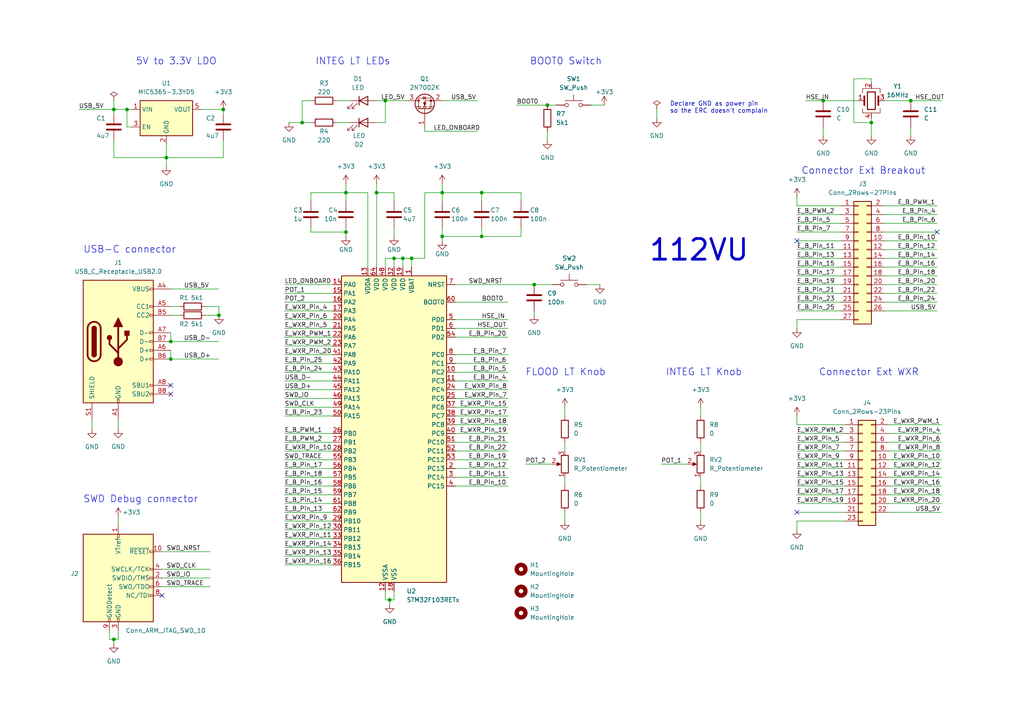
<source format=kicad_sch>
(kicad_sch (version 20230121) (generator eeschema)

  (uuid 5740ca0b-655a-4c19-bd74-b6cca34ce569)

  (paper "A4")

  (title_block
    (title "112VU")
    (date "2024-01-15")
    (rev "0.1")
  )

  

  (junction (at 33.02 185.42) (diameter 0) (color 0 0 0 0)
    (uuid 1c60d609-5ff7-4dc2-a60e-07e63366d976)
  )
  (junction (at 48.26 45.72) (diameter 0) (color 0 0 0 0)
    (uuid 2b1921ca-aaa2-4822-ba7a-336bdbbaf8ed)
  )
  (junction (at 113.03 173.99) (diameter 0) (color 0 0 0 0)
    (uuid 2dcbfe76-d796-4daf-a127-d5363b09619b)
  )
  (junction (at 49.53 104.14) (diameter 0) (color 0 0 0 0)
    (uuid 38cfc232-82f1-4b92-a939-cf518d2ace0e)
  )
  (junction (at 111.76 29.21) (diameter 0) (color 0 0 0 0)
    (uuid 41095892-4e71-4dd5-965b-1a1cb9455e30)
  )
  (junction (at 100.33 55.88) (diameter 0) (color 0 0 0 0)
    (uuid 42f629bd-caad-4bce-9a81-ca4768db3007)
  )
  (junction (at 128.27 68.58) (diameter 0) (color 0 0 0 0)
    (uuid 4d7035fa-b7d3-4f60-adea-61c88f038586)
  )
  (junction (at 128.27 55.88) (diameter 0) (color 0 0 0 0)
    (uuid 4f902fa3-3669-459c-bc2c-d7ee983e1881)
  )
  (junction (at 116.84 74.93) (diameter 0) (color 0 0 0 0)
    (uuid 5f29704b-0318-45e3-8367-e3233859d109)
  )
  (junction (at 139.7 55.88) (diameter 0) (color 0 0 0 0)
    (uuid 6b127d9a-6cfc-4e3b-90a6-5161ca078476)
  )
  (junction (at 100.33 67.31) (diameter 0) (color 0 0 0 0)
    (uuid 7cd7764e-36cc-46ca-a4d2-c3264a31cbdc)
  )
  (junction (at 114.3 74.93) (diameter 0) (color 0 0 0 0)
    (uuid 7e3d4d64-3133-4ce4-926f-4031f6f437bf)
  )
  (junction (at 49.53 99.06) (diameter 0) (color 0 0 0 0)
    (uuid 80b78d67-5a4b-4239-a6f9-9190a5d355c7)
  )
  (junction (at 264.16 29.21) (diameter 0) (color 0 0 0 0)
    (uuid 92fdf9fa-8bd9-4df6-8a1b-a85a69af6728)
  )
  (junction (at 139.7 68.58) (diameter 0) (color 0 0 0 0)
    (uuid 9b63773c-1c61-42c8-b559-cb3b72b84658)
  )
  (junction (at 64.77 31.75) (diameter 0) (color 0 0 0 0)
    (uuid a06a4f8a-c415-43dc-b206-90f090ee7299)
  )
  (junction (at 63.5 91.44) (diameter 0) (color 0 0 0 0)
    (uuid a15928d8-4854-48bc-b6b9-4cd713d7b736)
  )
  (junction (at 109.22 55.88) (diameter 0) (color 0 0 0 0)
    (uuid a8bd4085-dd3e-40b8-a542-d0fe6a1d7788)
  )
  (junction (at 238.76 29.21) (diameter 0) (color 0 0 0 0)
    (uuid affe691f-1bdc-435c-8c85-0ecbd2c20f8e)
  )
  (junction (at 33.02 31.75) (diameter 0) (color 0 0 0 0)
    (uuid bbd3779f-e8a7-4198-86fd-95e1eb6bb2bd)
  )
  (junction (at 154.94 82.55) (diameter 0) (color 0 0 0 0)
    (uuid c155270a-fbd6-4fa3-a7b8-3f50564b2c54)
  )
  (junction (at 158.75 30.48) (diameter 0) (color 0 0 0 0)
    (uuid cd86bbd4-80d0-4700-ae73-987f34bcfeeb)
  )
  (junction (at 119.38 74.93) (diameter 0) (color 0 0 0 0)
    (uuid d7425343-d0b1-4493-8a3a-2d18e4f57a0f)
  )
  (junction (at 87.63 35.56) (diameter 0) (color 0 0 0 0)
    (uuid f380f876-18e8-45b9-90e0-c2e432adc59e)
  )
  (junction (at 36.83 31.75) (diameter 0) (color 0 0 0 0)
    (uuid f5bbedea-bb19-475d-929b-c2414a704bca)
  )
  (junction (at 252.73 35.56) (diameter 0) (color 0 0 0 0)
    (uuid fb11841a-c952-4faa-bf14-cc379b950e82)
  )

  (no_connect (at 231.14 69.85) (uuid 196e6fe4-d168-4f96-a85f-ec9db5ea743d))
  (no_connect (at 231.14 148.59) (uuid 36d9693a-3970-4d1a-97c0-e33f9f1a23b4))
  (no_connect (at 49.53 111.76) (uuid 7e52c791-279f-4bf1-af21-d9a95d7156bb))
  (no_connect (at 46.99 172.72) (uuid d5c9b446-c56a-4aec-abce-7eea89857564))
  (no_connect (at 49.53 114.3) (uuid de059341-76dd-4323-a7fc-4a8e07e018d0))
  (no_connect (at 271.78 67.31) (uuid df944613-0d19-4229-a134-073f2c32372c))

  (wire (pts (xy 116.84 74.93) (xy 119.38 74.93))
    (stroke (width 0) (type default))
    (uuid 013fb74b-3b70-411b-b67d-2c95da60f035)
  )
  (wire (pts (xy 256.54 69.85) (xy 271.78 69.85))
    (stroke (width 0) (type default))
    (uuid 031fe79c-6cb6-44de-aa72-5594e8bf2520)
  )
  (wire (pts (xy 203.2 148.59) (xy 203.2 151.13))
    (stroke (width 0) (type default))
    (uuid 0463d66f-3282-4aed-be9f-6e72070b1dd1)
  )
  (wire (pts (xy 128.27 55.88) (xy 139.7 55.88))
    (stroke (width 0) (type default))
    (uuid 04847588-42d6-4ccf-b25e-ffe49c8ebb1c)
  )
  (wire (pts (xy 238.76 36.83) (xy 238.76 39.37))
    (stroke (width 0) (type default))
    (uuid 060e10b8-4e30-461e-8f36-50eb5e16a300)
  )
  (wire (pts (xy 132.08 105.41) (xy 147.32 105.41))
    (stroke (width 0) (type default))
    (uuid 08960750-8fff-4680-92f7-e883b4f1f556)
  )
  (wire (pts (xy 82.55 135.89) (xy 96.52 135.89))
    (stroke (width 0) (type default))
    (uuid 0c29b7a6-eb65-4a8c-b6c8-77fadb9197d6)
  )
  (wire (pts (xy 123.19 38.1) (xy 138.43 38.1))
    (stroke (width 0) (type default))
    (uuid 0ce07208-3281-4298-96f0-47fc35add194)
  )
  (wire (pts (xy 46.99 160.02) (xy 60.96 160.02))
    (stroke (width 0) (type default))
    (uuid 0de6fa0e-bcfd-4405-9a32-2aa7d7605898)
  )
  (wire (pts (xy 82.55 125.73) (xy 96.52 125.73))
    (stroke (width 0) (type default))
    (uuid 0e9adbe9-3fe7-440c-804d-7c61090db9e1)
  )
  (wire (pts (xy 82.55 153.67) (xy 96.52 153.67))
    (stroke (width 0) (type default))
    (uuid 0ea582f6-0a9d-495e-a23b-1fb36f65c7f9)
  )
  (wire (pts (xy 82.55 143.51) (xy 96.52 143.51))
    (stroke (width 0) (type default))
    (uuid 0ef083e0-8845-4bfe-9b50-d16a41e2529c)
  )
  (wire (pts (xy 257.81 125.73) (xy 273.05 125.73))
    (stroke (width 0) (type default))
    (uuid 0fc254ad-7c29-409a-a387-9a1a8fe616ae)
  )
  (wire (pts (xy 128.27 66.04) (xy 128.27 68.58))
    (stroke (width 0) (type default))
    (uuid 10050359-6c5b-4d95-bd60-17b1b97c0e36)
  )
  (wire (pts (xy 114.3 55.88) (xy 114.3 58.42))
    (stroke (width 0) (type default))
    (uuid 1096ab1b-41d8-46da-8912-9f3ba07f8f9b)
  )
  (wire (pts (xy 82.55 95.25) (xy 96.52 95.25))
    (stroke (width 0) (type default))
    (uuid 10efa3f2-df42-4111-b123-4539607ab2b7)
  )
  (wire (pts (xy 132.08 118.11) (xy 147.32 118.11))
    (stroke (width 0) (type default))
    (uuid 11040791-0875-492e-8705-a753fe59a812)
  )
  (wire (pts (xy 33.02 185.42) (xy 33.02 186.69))
    (stroke (width 0) (type default))
    (uuid 11c1a1a1-6e3a-4bcc-9368-5f85763dd2d7)
  )
  (wire (pts (xy 111.76 29.21) (xy 109.22 29.21))
    (stroke (width 0) (type default))
    (uuid 124f7d02-f995-41af-9747-459f8c9d6cb6)
  )
  (wire (pts (xy 33.02 31.75) (xy 36.83 31.75))
    (stroke (width 0) (type default))
    (uuid 12e0e279-ded3-4a3c-abbe-206edf1f6a0c)
  )
  (wire (pts (xy 231.14 69.85) (xy 243.84 69.85))
    (stroke (width 0) (type default))
    (uuid 13243fec-010d-4bd4-bd89-21f9efbeb84a)
  )
  (wire (pts (xy 231.14 64.77) (xy 243.84 64.77))
    (stroke (width 0) (type default))
    (uuid 133b4311-c7f5-4af2-8bb6-8ec5cd75a6f3)
  )
  (wire (pts (xy 31.75 182.88) (xy 31.75 185.42))
    (stroke (width 0) (type default))
    (uuid 156ae0d1-f1c6-4eba-a8b0-adcedee7fe2c)
  )
  (wire (pts (xy 123.19 36.83) (xy 123.19 38.1))
    (stroke (width 0) (type default))
    (uuid 1609296a-5640-4983-84d0-9acaa9c89843)
  )
  (wire (pts (xy 139.7 66.04) (xy 139.7 68.58))
    (stroke (width 0) (type default))
    (uuid 172bb47f-0037-4844-9a9b-51b9e12fd496)
  )
  (wire (pts (xy 114.3 66.04) (xy 114.3 68.58))
    (stroke (width 0) (type default))
    (uuid 17da7ac7-9940-4d33-b3c8-8aa70c7ca9ae)
  )
  (wire (pts (xy 100.33 53.34) (xy 100.33 55.88))
    (stroke (width 0) (type default))
    (uuid 190739b9-e921-4a1b-9d67-4f1ce53b3de1)
  )
  (wire (pts (xy 264.16 36.83) (xy 264.16 39.37))
    (stroke (width 0) (type default))
    (uuid 1c43a984-117c-4f04-a812-e06535f4c5d9)
  )
  (wire (pts (xy 46.99 165.1) (xy 60.96 165.1))
    (stroke (width 0) (type default))
    (uuid 1fec02f9-be0f-49be-823d-e9eafad81b29)
  )
  (wire (pts (xy 243.84 59.69) (xy 231.14 59.69))
    (stroke (width 0) (type default))
    (uuid 1ff32272-b4a0-46f6-882e-b6845af06ec9)
  )
  (wire (pts (xy 132.08 107.95) (xy 147.32 107.95))
    (stroke (width 0) (type default))
    (uuid 217e16a5-0ace-4bca-bbae-5b06520e4127)
  )
  (wire (pts (xy 231.14 82.55) (xy 243.84 82.55))
    (stroke (width 0) (type default))
    (uuid 223b2aad-05c4-4155-a521-2918f765a64a)
  )
  (wire (pts (xy 257.81 133.35) (xy 273.05 133.35))
    (stroke (width 0) (type default))
    (uuid 22bd623c-de04-4d6c-b5de-88c1b9bc30dc)
  )
  (wire (pts (xy 132.08 115.57) (xy 147.32 115.57))
    (stroke (width 0) (type default))
    (uuid 23351827-82ed-4f5f-96ce-180325481ad7)
  )
  (wire (pts (xy 48.26 41.91) (xy 48.26 45.72))
    (stroke (width 0) (type default))
    (uuid 23fc5e79-c876-43a1-81f6-a3c4faec6e77)
  )
  (wire (pts (xy 82.55 140.97) (xy 96.52 140.97))
    (stroke (width 0) (type default))
    (uuid 27a472ac-f10e-4972-9358-e8a84ef67b01)
  )
  (wire (pts (xy 257.81 130.81) (xy 273.05 130.81))
    (stroke (width 0) (type default))
    (uuid 299673da-939d-4021-9882-d4f1260776c6)
  )
  (wire (pts (xy 252.73 22.86) (xy 247.65 22.86))
    (stroke (width 0) (type default))
    (uuid 2a9ba7a0-8eaf-4448-9c19-2ae556d2a337)
  )
  (wire (pts (xy 113.03 173.99) (xy 113.03 175.26))
    (stroke (width 0) (type default))
    (uuid 2ac958ed-6ccb-4d2c-80c8-5d730be8c1a2)
  )
  (wire (pts (xy 256.54 82.55) (xy 271.78 82.55))
    (stroke (width 0) (type default))
    (uuid 2badd1b7-1c79-40a4-9d69-9e9b7db0a1bc)
  )
  (wire (pts (xy 231.14 151.13) (xy 245.11 151.13))
    (stroke (width 0) (type default))
    (uuid 2c22f1b9-3970-414e-b2f4-a2b9a405e482)
  )
  (wire (pts (xy 132.08 128.27) (xy 147.32 128.27))
    (stroke (width 0) (type default))
    (uuid 2cabd486-acdd-4659-8814-5a5df849c962)
  )
  (wire (pts (xy 231.14 90.17) (xy 243.84 90.17))
    (stroke (width 0) (type default))
    (uuid 2d116af4-8286-46cf-8ed0-a3060c897ba9)
  )
  (wire (pts (xy 59.69 91.44) (xy 63.5 91.44))
    (stroke (width 0) (type default))
    (uuid 2d3b6166-9244-425b-a981-a4aa007e5ca2)
  )
  (wire (pts (xy 90.17 58.42) (xy 90.17 55.88))
    (stroke (width 0) (type default))
    (uuid 2d44685b-e02e-4177-9d31-d2d8cc237d92)
  )
  (wire (pts (xy 231.14 74.93) (xy 243.84 74.93))
    (stroke (width 0) (type default))
    (uuid 2d680f5b-3b33-482f-bcad-751ae84dc5c8)
  )
  (wire (pts (xy 82.55 120.65) (xy 96.52 120.65))
    (stroke (width 0) (type default))
    (uuid 2f1b32d1-b651-4292-87ce-5c89bfb6d012)
  )
  (wire (pts (xy 132.08 92.71) (xy 147.32 92.71))
    (stroke (width 0) (type default))
    (uuid 30aa99ea-6a05-4d46-ba9b-2ab146a5806d)
  )
  (wire (pts (xy 82.55 128.27) (xy 96.52 128.27))
    (stroke (width 0) (type default))
    (uuid 30e5cf48-273c-4f32-9cdd-d6154f31c5cb)
  )
  (wire (pts (xy 256.54 29.21) (xy 264.16 29.21))
    (stroke (width 0) (type default))
    (uuid 32fa1ea4-f590-4232-805b-f9e63fc3d051)
  )
  (wire (pts (xy 231.14 128.27) (xy 245.11 128.27))
    (stroke (width 0) (type default))
    (uuid 3371feb1-8598-4157-aad6-46ad00e177e8)
  )
  (wire (pts (xy 231.14 77.47) (xy 243.84 77.47))
    (stroke (width 0) (type default))
    (uuid 36b20240-03f2-4274-b1e0-813d48fac8ba)
  )
  (wire (pts (xy 257.81 143.51) (xy 273.05 143.51))
    (stroke (width 0) (type default))
    (uuid 36b7eac1-0e42-4f59-a373-282ea4823cdf)
  )
  (wire (pts (xy 59.69 88.9) (xy 63.5 88.9))
    (stroke (width 0) (type default))
    (uuid 38edcb7f-f3ff-4204-bf25-e49fbbf5c751)
  )
  (wire (pts (xy 109.22 35.56) (xy 111.76 35.56))
    (stroke (width 0) (type default))
    (uuid 395a62df-0aff-4979-85aa-49c64509bec0)
  )
  (wire (pts (xy 97.79 29.21) (xy 101.6 29.21))
    (stroke (width 0) (type default))
    (uuid 3a05fdc3-1753-4ad3-a399-df8833e1557a)
  )
  (wire (pts (xy 256.54 87.63) (xy 271.78 87.63))
    (stroke (width 0) (type default))
    (uuid 3afc3492-5657-4412-acb5-912b73eac894)
  )
  (wire (pts (xy 106.68 55.88) (xy 100.33 55.88))
    (stroke (width 0) (type default))
    (uuid 3ce25f19-dd47-4b75-b294-47131bdac816)
  )
  (wire (pts (xy 90.17 55.88) (xy 100.33 55.88))
    (stroke (width 0) (type default))
    (uuid 3cecd9e4-1dbd-415d-9a30-c188dca3f7d5)
  )
  (wire (pts (xy 203.2 138.43) (xy 203.2 140.97))
    (stroke (width 0) (type default))
    (uuid 3d1a660e-0865-4f35-b88f-c3fd6f539510)
  )
  (wire (pts (xy 34.29 121.92) (xy 34.29 124.46))
    (stroke (width 0) (type default))
    (uuid 3d20c474-823a-4fb5-a8c6-bcc8402bbcdb)
  )
  (wire (pts (xy 257.81 128.27) (xy 273.05 128.27))
    (stroke (width 0) (type default))
    (uuid 3e826027-6dac-4c42-be7b-04c7bb1fc69d)
  )
  (wire (pts (xy 132.08 123.19) (xy 147.32 123.19))
    (stroke (width 0) (type default))
    (uuid 3ead91cc-d710-4665-a7ed-fadb9108c93a)
  )
  (wire (pts (xy 106.68 55.88) (xy 106.68 77.47))
    (stroke (width 0) (type default))
    (uuid 3f1ec9ee-f1bb-4316-a027-a93574520652)
  )
  (wire (pts (xy 132.08 87.63) (xy 147.32 87.63))
    (stroke (width 0) (type default))
    (uuid 410a719c-b38c-4b95-8e72-b6296bfd0097)
  )
  (wire (pts (xy 257.81 146.05) (xy 273.05 146.05))
    (stroke (width 0) (type default))
    (uuid 415bbe1e-b642-4b4f-915b-98d786a16088)
  )
  (wire (pts (xy 82.55 107.95) (xy 96.52 107.95))
    (stroke (width 0) (type default))
    (uuid 41f41795-f978-4530-a575-595191bfc928)
  )
  (wire (pts (xy 203.2 128.27) (xy 203.2 130.81))
    (stroke (width 0) (type default))
    (uuid 4238ec4e-4da9-4362-8bb4-d23dfc45d30a)
  )
  (wire (pts (xy 33.02 31.75) (xy 33.02 33.02))
    (stroke (width 0) (type default))
    (uuid 42b0ae2e-b2e9-432d-9abc-de3c5fe361a6)
  )
  (wire (pts (xy 114.3 74.93) (xy 116.84 74.93))
    (stroke (width 0) (type default))
    (uuid 4363a51d-f381-43ca-b105-45ef52d8ddaa)
  )
  (wire (pts (xy 90.17 67.31) (xy 100.33 67.31))
    (stroke (width 0) (type default))
    (uuid 45264701-2f52-4889-b0f7-633a099ab069)
  )
  (wire (pts (xy 114.3 171.45) (xy 114.3 173.99))
    (stroke (width 0) (type default))
    (uuid 45edc67c-d8d4-4a13-8586-d5c866291a9b)
  )
  (wire (pts (xy 231.14 146.05) (xy 245.11 146.05))
    (stroke (width 0) (type default))
    (uuid 4936c6a1-f790-4016-94bd-7910cf9d3a41)
  )
  (wire (pts (xy 191.77 134.62) (xy 199.39 134.62))
    (stroke (width 0) (type default))
    (uuid 4a4522a4-ff68-4daf-962a-123420667ffc)
  )
  (wire (pts (xy 82.55 82.55) (xy 96.52 82.55))
    (stroke (width 0) (type default))
    (uuid 4eec0bee-50c0-4d9d-8e07-8eadde9e9be5)
  )
  (wire (pts (xy 48.26 45.72) (xy 64.77 45.72))
    (stroke (width 0) (type default))
    (uuid 5069b1d8-f44e-4d57-9ff1-71618293e9d5)
  )
  (wire (pts (xy 132.08 113.03) (xy 147.32 113.03))
    (stroke (width 0) (type default))
    (uuid 5265fffc-31ab-4df2-88c1-fb36bf4eb2ac)
  )
  (wire (pts (xy 31.75 185.42) (xy 33.02 185.42))
    (stroke (width 0) (type default))
    (uuid 536249b9-139e-4933-b1ec-ec2ddc1cf787)
  )
  (wire (pts (xy 149.86 30.48) (xy 158.75 30.48))
    (stroke (width 0) (type default))
    (uuid 53bccdad-ad73-4040-a2f8-a9dc080a3b99)
  )
  (wire (pts (xy 36.83 31.75) (xy 38.1 31.75))
    (stroke (width 0) (type default))
    (uuid 54b4904a-2b1c-4bcf-b507-c0f6e41dc409)
  )
  (wire (pts (xy 82.55 90.17) (xy 96.52 90.17))
    (stroke (width 0) (type default))
    (uuid 55803bf1-d9ec-4561-b9aa-5f1365f79ea5)
  )
  (wire (pts (xy 116.84 74.93) (xy 116.84 77.47))
    (stroke (width 0) (type default))
    (uuid 56a48f74-af5a-4107-84dd-44320a9aae73)
  )
  (wire (pts (xy 49.53 99.06) (xy 63.5 99.06))
    (stroke (width 0) (type default))
    (uuid 586a9b1d-d2a1-4212-9503-0e6eecd6aeb2)
  )
  (wire (pts (xy 257.81 135.89) (xy 273.05 135.89))
    (stroke (width 0) (type default))
    (uuid 58768011-fcdd-404e-84ba-0b63f98bce65)
  )
  (wire (pts (xy 111.76 29.21) (xy 118.11 29.21))
    (stroke (width 0) (type default))
    (uuid 58c47b34-f93e-4291-8e3b-e914ffffd543)
  )
  (wire (pts (xy 264.16 29.21) (xy 273.05 29.21))
    (stroke (width 0) (type default))
    (uuid 5907fa0b-0e70-4f6d-8d6c-7d5e55e0dce8)
  )
  (wire (pts (xy 231.14 140.97) (xy 245.11 140.97))
    (stroke (width 0) (type default))
    (uuid 597e0541-ae0c-4817-bf22-e3d44995672c)
  )
  (wire (pts (xy 256.54 62.23) (xy 271.78 62.23))
    (stroke (width 0) (type default))
    (uuid 59990080-a5a6-42ea-b452-b5e2eb32ec48)
  )
  (wire (pts (xy 33.02 40.64) (xy 33.02 45.72))
    (stroke (width 0) (type default))
    (uuid 5a72b2e7-5be6-4ea8-8a94-1352dfd7ee75)
  )
  (wire (pts (xy 132.08 110.49) (xy 147.32 110.49))
    (stroke (width 0) (type default))
    (uuid 5a8ccbce-76f7-43a3-b99f-251bc7fe054f)
  )
  (wire (pts (xy 132.08 125.73) (xy 147.32 125.73))
    (stroke (width 0) (type default))
    (uuid 5d279d21-5663-4da3-bb22-bcad169a0a89)
  )
  (wire (pts (xy 87.63 29.21) (xy 90.17 29.21))
    (stroke (width 0) (type default))
    (uuid 5d37c896-6ccd-4eb6-b97d-06fd8af25081)
  )
  (wire (pts (xy 256.54 72.39) (xy 271.78 72.39))
    (stroke (width 0) (type default))
    (uuid 608feaaf-fa2e-445a-9504-c8d17c892dfd)
  )
  (wire (pts (xy 58.42 31.75) (xy 64.77 31.75))
    (stroke (width 0) (type default))
    (uuid 617ce0d8-254e-4a35-8d2b-3f40e2a15518)
  )
  (wire (pts (xy 33.02 185.42) (xy 34.29 185.42))
    (stroke (width 0) (type default))
    (uuid 65e6e68e-3a4c-4246-8e55-43ef27c59119)
  )
  (wire (pts (xy 48.26 48.26) (xy 48.26 45.72))
    (stroke (width 0) (type default))
    (uuid 65e9b324-ad31-4bf7-8cb7-fa7b2f0e9c99)
  )
  (wire (pts (xy 139.7 55.88) (xy 139.7 58.42))
    (stroke (width 0) (type default))
    (uuid 67693e21-e324-4f12-8825-7806fb444906)
  )
  (wire (pts (xy 139.7 55.88) (xy 151.13 55.88))
    (stroke (width 0) (type default))
    (uuid 69360a21-105a-43d7-9090-f199ea503c35)
  )
  (wire (pts (xy 82.55 100.33) (xy 96.52 100.33))
    (stroke (width 0) (type default))
    (uuid 6fd8f0bb-1f58-482c-ae28-354d54e2cbac)
  )
  (wire (pts (xy 49.53 104.14) (xy 63.5 104.14))
    (stroke (width 0) (type default))
    (uuid 7090d08e-de33-4a3b-96fb-1e410e5b5a5d)
  )
  (wire (pts (xy 90.17 35.56) (xy 87.63 35.56))
    (stroke (width 0) (type default))
    (uuid 7101862f-c57f-4aa3-af9d-aff543c31789)
  )
  (wire (pts (xy 231.14 143.51) (xy 245.11 143.51))
    (stroke (width 0) (type default))
    (uuid 7219bfcf-349d-4d8b-9553-b1e2dcd0bab2)
  )
  (wire (pts (xy 231.14 120.65) (xy 231.14 123.19))
    (stroke (width 0) (type default))
    (uuid 73a8253f-8f70-427a-b3d3-e7a6b08c2a5d)
  )
  (wire (pts (xy 231.14 130.81) (xy 245.11 130.81))
    (stroke (width 0) (type default))
    (uuid 73ec6d6f-2733-4cc4-8683-50ea407b3164)
  )
  (wire (pts (xy 154.94 82.55) (xy 160.02 82.55))
    (stroke (width 0) (type default))
    (uuid 741fe4cd-926b-4a29-84f1-ccdd0ba31c2a)
  )
  (wire (pts (xy 231.14 151.13) (xy 231.14 153.67))
    (stroke (width 0) (type default))
    (uuid 747b5248-8301-4e1b-b55a-56e84d6eee07)
  )
  (wire (pts (xy 151.13 66.04) (xy 151.13 68.58))
    (stroke (width 0) (type default))
    (uuid 74b5d195-dec1-40be-bdb2-5074d95fca64)
  )
  (wire (pts (xy 132.08 130.81) (xy 147.32 130.81))
    (stroke (width 0) (type default))
    (uuid 75128cf9-d6b9-4888-9486-5947d3293a2b)
  )
  (wire (pts (xy 100.33 68.58) (xy 100.33 67.31))
    (stroke (width 0) (type default))
    (uuid 772b8a54-171c-44c3-a551-6db6ef841204)
  )
  (wire (pts (xy 111.76 171.45) (xy 111.76 173.99))
    (stroke (width 0) (type default))
    (uuid 79388906-8a9b-4e98-9e6d-540af7d14b09)
  )
  (wire (pts (xy 63.5 88.9) (xy 63.5 91.44))
    (stroke (width 0) (type default))
    (uuid 7a98c6ca-86ea-4c9c-81e5-9fb7096c121c)
  )
  (wire (pts (xy 203.2 118.11) (xy 203.2 120.65))
    (stroke (width 0) (type default))
    (uuid 7c72ecde-63ef-4ef8-975a-20557e9b6d92)
  )
  (wire (pts (xy 111.76 74.93) (xy 114.3 74.93))
    (stroke (width 0) (type default))
    (uuid 7d56d791-cc7c-458b-bb36-915452050d31)
  )
  (wire (pts (xy 252.73 24.13) (xy 252.73 22.86))
    (stroke (width 0) (type default))
    (uuid 7e1a8fe5-c113-480b-98be-281a71bf8f43)
  )
  (wire (pts (xy 114.3 173.99) (xy 113.03 173.99))
    (stroke (width 0) (type default))
    (uuid 803f7d38-5a52-4850-a8b5-49aedfadde54)
  )
  (wire (pts (xy 151.13 58.42) (xy 151.13 55.88))
    (stroke (width 0) (type default))
    (uuid 820d98e4-3612-4faf-a029-644f9811c28e)
  )
  (wire (pts (xy 82.55 146.05) (xy 96.52 146.05))
    (stroke (width 0) (type default))
    (uuid 8248fdde-8cf6-4e91-9d94-040c2e0a99de)
  )
  (wire (pts (xy 256.54 80.01) (xy 271.78 80.01))
    (stroke (width 0) (type default))
    (uuid 824e78be-801d-461c-8672-dc59d08534fb)
  )
  (wire (pts (xy 82.55 133.35) (xy 96.52 133.35))
    (stroke (width 0) (type default))
    (uuid 82d79044-4cac-4c1a-8fbe-139954239921)
  )
  (wire (pts (xy 256.54 85.09) (xy 271.78 85.09))
    (stroke (width 0) (type default))
    (uuid 833d2c33-1022-4802-8b1a-31fd8ebff9a8)
  )
  (wire (pts (xy 231.14 133.35) (xy 245.11 133.35))
    (stroke (width 0) (type default))
    (uuid 83ba98b4-689c-42bf-ab2a-05ea9321baf2)
  )
  (wire (pts (xy 132.08 133.35) (xy 147.32 133.35))
    (stroke (width 0) (type default))
    (uuid 83fa09f0-eeb6-45ab-b76c-3983d74e28c7)
  )
  (wire (pts (xy 82.55 102.87) (xy 96.52 102.87))
    (stroke (width 0) (type default))
    (uuid 86bc5b74-a4b5-450f-86b4-c4703a81f9e8)
  )
  (wire (pts (xy 231.14 138.43) (xy 245.11 138.43))
    (stroke (width 0) (type default))
    (uuid 875af2e2-3011-49ef-9cf1-3b8d1aa6a558)
  )
  (wire (pts (xy 100.33 55.88) (xy 100.33 58.42))
    (stroke (width 0) (type default))
    (uuid 875dcde3-d9b1-4261-b2ff-4d8621bb8b93)
  )
  (wire (pts (xy 231.14 87.63) (xy 243.84 87.63))
    (stroke (width 0) (type default))
    (uuid 87b458c3-444e-48bd-9c1d-1ce0826eceeb)
  )
  (wire (pts (xy 82.55 151.13) (xy 96.52 151.13))
    (stroke (width 0) (type default))
    (uuid 88a50611-570f-4953-b80c-f4a27d1d97fb)
  )
  (wire (pts (xy 231.14 135.89) (xy 245.11 135.89))
    (stroke (width 0) (type default))
    (uuid 895839e6-bcaf-4bed-84a5-63c5c001abed)
  )
  (wire (pts (xy 132.08 95.25) (xy 147.32 95.25))
    (stroke (width 0) (type default))
    (uuid 89e0a0ee-23eb-46db-9def-3bf9dc353f79)
  )
  (wire (pts (xy 256.54 74.93) (xy 271.78 74.93))
    (stroke (width 0) (type default))
    (uuid 8a27ba5a-2b44-46e6-9194-44c1ea9ca755)
  )
  (wire (pts (xy 82.55 85.09) (xy 96.52 85.09))
    (stroke (width 0) (type default))
    (uuid 8a2c5a05-02a9-4f72-a99a-9052c178574f)
  )
  (wire (pts (xy 33.02 45.72) (xy 48.26 45.72))
    (stroke (width 0) (type default))
    (uuid 8a2ed03c-01db-442d-ab41-f2989ed4129c)
  )
  (wire (pts (xy 26.67 121.92) (xy 26.67 124.46))
    (stroke (width 0) (type default))
    (uuid 8a99a176-4173-4611-a12a-f7950ec44274)
  )
  (wire (pts (xy 247.65 22.86) (xy 247.65 35.56))
    (stroke (width 0) (type default))
    (uuid 8a9c972a-6298-4e80-934b-fa45c02afc70)
  )
  (wire (pts (xy 256.54 67.31) (xy 271.78 67.31))
    (stroke (width 0) (type default))
    (uuid 8bf2fa1a-68c5-40cf-8cf9-f76ca9f8dad0)
  )
  (wire (pts (xy 49.53 91.44) (xy 52.07 91.44))
    (stroke (width 0) (type default))
    (uuid 8c74f273-8b7e-4ca2-81e8-7901219371e0)
  )
  (wire (pts (xy 170.18 82.55) (xy 173.99 82.55))
    (stroke (width 0) (type default))
    (uuid 8c885c0c-31c4-4200-802f-7e61d879f245)
  )
  (wire (pts (xy 82.55 158.75) (xy 96.52 158.75))
    (stroke (width 0) (type default))
    (uuid 8ce17427-3ffa-43d3-9639-d68a991fe58e)
  )
  (wire (pts (xy 111.76 29.21) (xy 111.76 35.56))
    (stroke (width 0) (type default))
    (uuid 8d2b4c80-6992-45f2-86c4-a0d67b7cb13a)
  )
  (wire (pts (xy 231.14 57.15) (xy 231.14 59.69))
    (stroke (width 0) (type default))
    (uuid 8d5de446-8ea0-4e2c-88cb-515e9930840d)
  )
  (wire (pts (xy 64.77 40.64) (xy 64.77 45.72))
    (stroke (width 0) (type default))
    (uuid 8dd4ecfb-1365-4fa9-95ee-596aaef991f9)
  )
  (wire (pts (xy 100.33 66.04) (xy 100.33 67.31))
    (stroke (width 0) (type default))
    (uuid 8fa94511-37ed-4cdf-ae80-ad28560ba829)
  )
  (wire (pts (xy 257.81 123.19) (xy 273.05 123.19))
    (stroke (width 0) (type default))
    (uuid 9042c39c-7f3c-48c8-aa43-ed5f6324b714)
  )
  (wire (pts (xy 109.22 55.88) (xy 109.22 77.47))
    (stroke (width 0) (type default))
    (uuid 9118a413-570e-456d-8544-5ad51bdedb93)
  )
  (wire (pts (xy 82.55 97.79) (xy 96.52 97.79))
    (stroke (width 0) (type default))
    (uuid 95b109bf-ad2b-41a1-8ef3-f7b1f141e0c8)
  )
  (wire (pts (xy 247.65 35.56) (xy 252.73 35.56))
    (stroke (width 0) (type default))
    (uuid 96fc5858-63dd-49a8-b576-bcb09045a011)
  )
  (wire (pts (xy 82.55 113.03) (xy 96.52 113.03))
    (stroke (width 0) (type default))
    (uuid 973c4ad4-b1f5-4df9-8386-815adf02b00d)
  )
  (wire (pts (xy 132.08 97.79) (xy 147.32 97.79))
    (stroke (width 0) (type default))
    (uuid 9765c0ad-c9b5-45c4-8707-c5f5c5d4c109)
  )
  (wire (pts (xy 256.54 77.47) (xy 271.78 77.47))
    (stroke (width 0) (type default))
    (uuid 9773d962-e428-4d77-8182-2107c0b10c1e)
  )
  (wire (pts (xy 82.55 118.11) (xy 96.52 118.11))
    (stroke (width 0) (type default))
    (uuid 97b0a11a-842a-4306-addf-07605f0abe5e)
  )
  (wire (pts (xy 231.14 80.01) (xy 243.84 80.01))
    (stroke (width 0) (type default))
    (uuid 9ae34e4e-7b0b-4b05-a8c3-83634817b0b0)
  )
  (wire (pts (xy 123.19 74.93) (xy 119.38 74.93))
    (stroke (width 0) (type default))
    (uuid 9c1389ee-d1ac-4160-a071-ae9bc87d0207)
  )
  (wire (pts (xy 36.83 31.75) (xy 36.83 36.83))
    (stroke (width 0) (type default))
    (uuid 9dec89b7-c224-4aa2-9bf9-b10938e96d26)
  )
  (wire (pts (xy 257.81 138.43) (xy 273.05 138.43))
    (stroke (width 0) (type default))
    (uuid 9e4086da-7dba-48b9-865a-6daee9bba9fa)
  )
  (wire (pts (xy 139.7 68.58) (xy 128.27 68.58))
    (stroke (width 0) (type default))
    (uuid a00cf6c7-48b6-499b-81e4-ea9bbe9d2e84)
  )
  (wire (pts (xy 257.81 140.97) (xy 273.05 140.97))
    (stroke (width 0) (type default))
    (uuid a0cac51b-3f4f-4f47-a98c-7d06e17e1ff3)
  )
  (wire (pts (xy 49.53 83.82) (xy 63.5 83.82))
    (stroke (width 0) (type default))
    (uuid a2588a20-b6e1-49e7-860b-aa2319f68eff)
  )
  (wire (pts (xy 256.54 59.69) (xy 271.78 59.69))
    (stroke (width 0) (type default))
    (uuid a2e9c4bd-bb42-42d0-a00e-0163ec9a9fd3)
  )
  (wire (pts (xy 128.27 53.34) (xy 128.27 55.88))
    (stroke (width 0) (type default))
    (uuid a2fd1a21-2bdd-436d-a848-15dd58af18e8)
  )
  (wire (pts (xy 231.14 72.39) (xy 243.84 72.39))
    (stroke (width 0) (type default))
    (uuid a3657415-e888-4ac5-92cb-b7f31a19d987)
  )
  (wire (pts (xy 163.83 118.11) (xy 163.83 120.65))
    (stroke (width 0) (type default))
    (uuid a5f801e1-bf14-4d39-9a86-026faa48d36c)
  )
  (wire (pts (xy 132.08 135.89) (xy 147.32 135.89))
    (stroke (width 0) (type default))
    (uuid a692649b-0fe6-45b3-9067-990686a6b0ae)
  )
  (wire (pts (xy 132.08 120.65) (xy 147.32 120.65))
    (stroke (width 0) (type default))
    (uuid a70e97d9-36a3-4410-a80a-2412c19f173a)
  )
  (wire (pts (xy 231.14 67.31) (xy 243.84 67.31))
    (stroke (width 0) (type default))
    (uuid a9e936fd-3ba9-42fb-8ae3-eeee5a815792)
  )
  (wire (pts (xy 252.73 35.56) (xy 252.73 39.37))
    (stroke (width 0) (type default))
    (uuid aae282ba-9e54-42f3-95d2-ef87502cb378)
  )
  (wire (pts (xy 171.45 30.48) (xy 175.26 30.48))
    (stroke (width 0) (type default))
    (uuid ab204cc0-37c6-468c-b8bc-7071480c2794)
  )
  (wire (pts (xy 128.27 29.21) (xy 138.43 29.21))
    (stroke (width 0) (type default))
    (uuid ab51326c-28e7-4980-a9e3-704d8298503c)
  )
  (wire (pts (xy 82.55 156.21) (xy 96.52 156.21))
    (stroke (width 0) (type default))
    (uuid ac1b4d2a-4735-4685-8dd7-4dfcf15f0f2d)
  )
  (wire (pts (xy 90.17 66.04) (xy 90.17 67.31))
    (stroke (width 0) (type default))
    (uuid ac5d5909-c690-42fa-b195-c25b5c9bcd39)
  )
  (wire (pts (xy 82.55 138.43) (xy 96.52 138.43))
    (stroke (width 0) (type default))
    (uuid ad5af50b-de14-4aef-99cf-9c6a9090d89f)
  )
  (wire (pts (xy 163.83 128.27) (xy 163.83 130.81))
    (stroke (width 0) (type default))
    (uuid b1e522d1-54ef-4188-ab60-62b1ba5e6f33)
  )
  (wire (pts (xy 233.68 29.21) (xy 238.76 29.21))
    (stroke (width 0) (type default))
    (uuid b26ee8f7-dd4b-46ad-88a5-4abb8eb3c891)
  )
  (wire (pts (xy 238.76 29.21) (xy 248.92 29.21))
    (stroke (width 0) (type default))
    (uuid b2d1126c-00d9-4148-bc6e-8cf31fc07554)
  )
  (wire (pts (xy 101.6 35.56) (xy 97.79 35.56))
    (stroke (width 0) (type default))
    (uuid b4a6a450-d494-4485-9c44-6af223d6aca0)
  )
  (wire (pts (xy 128.27 58.42) (xy 128.27 55.88))
    (stroke (width 0) (type default))
    (uuid b598e7ba-dbfc-4d15-8685-aa38a769097f)
  )
  (wire (pts (xy 252.73 34.29) (xy 252.73 35.56))
    (stroke (width 0) (type default))
    (uuid b670967e-1494-44bd-af11-1a2c574eea93)
  )
  (wire (pts (xy 243.84 92.71) (xy 231.14 92.71))
    (stroke (width 0) (type default))
    (uuid b85c2e28-cb91-43f8-bc25-e1c3fe9e5ca1)
  )
  (wire (pts (xy 87.63 35.56) (xy 87.63 29.21))
    (stroke (width 0) (type default))
    (uuid b8aa2c76-7704-4d5d-9cdb-6ab39f6708b9)
  )
  (wire (pts (xy 139.7 68.58) (xy 151.13 68.58))
    (stroke (width 0) (type default))
    (uuid bbdce7f2-1736-4e39-ad75-babc98c65ddc)
  )
  (wire (pts (xy 231.14 92.71) (xy 231.14 95.25))
    (stroke (width 0) (type default))
    (uuid bc9f10bf-ab4d-4c06-bad2-b7d1e58f37aa)
  )
  (wire (pts (xy 46.99 170.18) (xy 60.96 170.18))
    (stroke (width 0) (type default))
    (uuid bfac506f-e1a6-4622-a607-d985153c1aa6)
  )
  (wire (pts (xy 82.55 148.59) (xy 96.52 148.59))
    (stroke (width 0) (type default))
    (uuid c08f800c-56a9-424c-a9a8-de13a96a8c0b)
  )
  (wire (pts (xy 33.02 29.21) (xy 33.02 31.75))
    (stroke (width 0) (type default))
    (uuid c176c484-7ac3-4357-88c2-a080bedd0d34)
  )
  (wire (pts (xy 128.27 55.88) (xy 123.19 55.88))
    (stroke (width 0) (type default))
    (uuid c6307afa-3f46-40e9-820a-a0d1d4fe0962)
  )
  (wire (pts (xy 132.08 140.97) (xy 147.32 140.97))
    (stroke (width 0) (type default))
    (uuid c80c178e-9363-4569-9112-69b769383390)
  )
  (wire (pts (xy 64.77 31.75) (xy 64.77 33.02))
    (stroke (width 0) (type default))
    (uuid c8e0fe5f-bc49-458e-99e2-e546638ed0aa)
  )
  (wire (pts (xy 82.55 92.71) (xy 96.52 92.71))
    (stroke (width 0) (type default))
    (uuid c914acef-66f6-433a-b06e-10005b57de3d)
  )
  (wire (pts (xy 132.08 102.87) (xy 147.32 102.87))
    (stroke (width 0) (type default))
    (uuid cb78f980-117e-4295-ade2-ad0f97ba5137)
  )
  (wire (pts (xy 257.81 148.59) (xy 273.05 148.59))
    (stroke (width 0) (type default))
    (uuid cc4016c5-0022-4177-b4ed-0205fde146e2)
  )
  (wire (pts (xy 154.94 90.17) (xy 154.94 91.44))
    (stroke (width 0) (type default))
    (uuid cc7ec28a-1d01-4242-921c-2d4eabe61a4f)
  )
  (wire (pts (xy 119.38 74.93) (xy 119.38 77.47))
    (stroke (width 0) (type default))
    (uuid cddd9400-0c29-4c15-aec5-cab32fa55507)
  )
  (wire (pts (xy 49.53 101.6) (xy 49.53 104.14))
    (stroke (width 0) (type default))
    (uuid d1ca6074-30e0-4e2f-8751-62359f5a8cff)
  )
  (wire (pts (xy 132.08 82.55) (xy 154.94 82.55))
    (stroke (width 0) (type default))
    (uuid d1e60619-9df3-4a2e-bf5e-043c7294764f)
  )
  (wire (pts (xy 34.29 149.86) (xy 34.29 152.4))
    (stroke (width 0) (type default))
    (uuid d271fe32-8888-45e6-969b-5001f0093860)
  )
  (wire (pts (xy 163.83 138.43) (xy 163.83 140.97))
    (stroke (width 0) (type default))
    (uuid d3c90db5-98ba-4334-b5f1-7b92b77d787e)
  )
  (wire (pts (xy 34.29 182.88) (xy 34.29 185.42))
    (stroke (width 0) (type default))
    (uuid d3d73c7f-77a5-48d7-85d4-7912f3d988c9)
  )
  (wire (pts (xy 123.19 55.88) (xy 123.19 74.93))
    (stroke (width 0) (type default))
    (uuid d48851ac-877a-4a5b-8a63-0ffd5af2fec7)
  )
  (wire (pts (xy 82.55 115.57) (xy 96.52 115.57))
    (stroke (width 0) (type default))
    (uuid d58c218b-e3cd-41db-a20c-2c63b91814a1)
  )
  (wire (pts (xy 83.82 35.56) (xy 87.63 35.56))
    (stroke (width 0) (type default))
    (uuid d668d262-b146-45dd-b90b-9f49efb2309c)
  )
  (wire (pts (xy 158.75 38.1) (xy 158.75 40.64))
    (stroke (width 0) (type default))
    (uuid d857a029-3bad-4002-9ed0-d6feddece19e)
  )
  (wire (pts (xy 22.86 31.75) (xy 33.02 31.75))
    (stroke (width 0) (type default))
    (uuid d90a896a-c868-4d63-a35b-e867176fdf73)
  )
  (wire (pts (xy 231.14 148.59) (xy 245.11 148.59))
    (stroke (width 0) (type default))
    (uuid dced2b5a-788c-4b4a-b8ea-78f8fc95c733)
  )
  (wire (pts (xy 46.99 167.64) (xy 60.96 167.64))
    (stroke (width 0) (type default))
    (uuid de8d426f-2509-4b7c-b6fa-ebd0854923c1)
  )
  (wire (pts (xy 132.08 138.43) (xy 147.32 138.43))
    (stroke (width 0) (type default))
    (uuid e08e04c2-25f0-4745-aad8-e744817bc30c)
  )
  (wire (pts (xy 128.27 68.58) (xy 128.27 69.85))
    (stroke (width 0) (type default))
    (uuid e3055f06-076e-4994-833c-bf47290e6687)
  )
  (wire (pts (xy 82.55 163.83) (xy 96.52 163.83))
    (stroke (width 0) (type default))
    (uuid e31b0eea-5996-4d8a-8c6a-d6b0f79c034e)
  )
  (wire (pts (xy 113.03 173.99) (xy 111.76 173.99))
    (stroke (width 0) (type default))
    (uuid e6471839-40d2-4b20-9eea-92fc5229222c)
  )
  (wire (pts (xy 111.76 77.47) (xy 111.76 74.93))
    (stroke (width 0) (type default))
    (uuid e66d4057-b678-40ff-a1b8-c0f040772caa)
  )
  (wire (pts (xy 49.53 88.9) (xy 52.07 88.9))
    (stroke (width 0) (type default))
    (uuid e68f5d6c-9068-4d1e-b70d-67d758c67d22)
  )
  (wire (pts (xy 114.3 74.93) (xy 114.3 77.47))
    (stroke (width 0) (type default))
    (uuid e6e87f00-0ba5-4fc0-8708-cb520b533b6d)
  )
  (wire (pts (xy 109.22 53.34) (xy 109.22 55.88))
    (stroke (width 0) (type default))
    (uuid e79b5f75-0f3d-460c-bbb2-f1e1ba6d2233)
  )
  (wire (pts (xy 114.3 55.88) (xy 109.22 55.88))
    (stroke (width 0) (type default))
    (uuid e9ff5882-94d5-46e5-978d-fc46faa5f76e)
  )
  (wire (pts (xy 231.14 125.73) (xy 245.11 125.73))
    (stroke (width 0) (type default))
    (uuid eac85228-b86f-4324-a3bd-85a16c52bb5c)
  )
  (wire (pts (xy 152.4 134.62) (xy 160.02 134.62))
    (stroke (width 0) (type default))
    (uuid ebdd0e5f-47be-49c2-aabc-4f34458254cf)
  )
  (wire (pts (xy 163.83 148.59) (xy 163.83 151.13))
    (stroke (width 0) (type default))
    (uuid ebf84a6a-e2af-485c-9787-0d07e9bc7f2d)
  )
  (wire (pts (xy 82.55 105.41) (xy 96.52 105.41))
    (stroke (width 0) (type default))
    (uuid ec3f17c4-1b5e-458b-bf46-9b7cc08db01c)
  )
  (wire (pts (xy 38.1 36.83) (xy 36.83 36.83))
    (stroke (width 0) (type default))
    (uuid ee9e74b9-a797-498e-ae06-2f5645a7b57d)
  )
  (wire (pts (xy 256.54 90.17) (xy 271.78 90.17))
    (stroke (width 0) (type default))
    (uuid f14d3b63-7658-45ab-864d-ca62ce4bb5f4)
  )
  (wire (pts (xy 82.55 161.29) (xy 96.52 161.29))
    (stroke (width 0) (type default))
    (uuid f2439288-c252-4a56-bf53-ab962dbb8101)
  )
  (wire (pts (xy 190.5 31.75) (xy 190.5 34.29))
    (stroke (width 0) (type default))
    (uuid f492f450-7445-48d8-a2ee-fc2f0e165768)
  )
  (wire (pts (xy 256.54 64.77) (xy 271.78 64.77))
    (stroke (width 0) (type default))
    (uuid f518c24c-06cb-4191-9710-91c75edebf70)
  )
  (wire (pts (xy 82.55 87.63) (xy 96.52 87.63))
    (stroke (width 0) (type default))
    (uuid f5485363-ee56-4e49-b3fc-2896153c6a0d)
  )
  (wire (pts (xy 82.55 110.49) (xy 96.52 110.49))
    (stroke (width 0) (type default))
    (uuid f568153a-fbb2-4d32-a8d3-967e4a1308b8)
  )
  (wire (pts (xy 231.14 123.19) (xy 245.11 123.19))
    (stroke (width 0) (type default))
    (uuid f63ad809-2c85-4250-b106-902d5fd3b9af)
  )
  (wire (pts (xy 231.14 62.23) (xy 243.84 62.23))
    (stroke (width 0) (type default))
    (uuid f6503028-8108-4b82-b386-f4e02470ba64)
  )
  (wire (pts (xy 49.53 96.52) (xy 49.53 99.06))
    (stroke (width 0) (type default))
    (uuid fa3fbbf8-9d7c-4c27-b29b-c7600a68ddb4)
  )
  (wire (pts (xy 231.14 85.09) (xy 243.84 85.09))
    (stroke (width 0) (type default))
    (uuid fcabc11b-4d57-42df-96f5-59d69773d6e6)
  )
  (wire (pts (xy 82.55 130.81) (xy 96.52 130.81))
    (stroke (width 0) (type default))
    (uuid fdd3c67c-f0a6-4867-aa2e-c9fb46c02421)
  )
  (wire (pts (xy 158.75 30.48) (xy 161.29 30.48))
    (stroke (width 0) (type default))
    (uuid fe70f26b-96a9-4dea-8fc2-f89cc33303dd)
  )

  (text "INTEG LT LEDs" (at 91.44 19.05 0)
    (effects (font (size 2 2)) (justify left bottom))
    (uuid 0a1e962e-076b-42f6-a00c-66090194340a)
  )
  (text "Connector Ext Breakout" (at 232.41 50.8 0)
    (effects (font (size 2 2)) (justify left bottom))
    (uuid 1ef8f101-a1c7-49e4-86e3-90068dc36021)
  )
  (text "BOOT0 Switch" (at 153.67 19.05 0)
    (effects (font (size 2 2)) (justify left bottom))
    (uuid 217377f8-d7be-44ec-89da-f941d98e6f5e)
  )
  (text "FLOOD LT Knob" (at 152.4 109.22 0)
    (effects (font (size 2 2)) (justify left bottom))
    (uuid 3cb537d5-1194-485e-bb3f-7802fcb18862)
  )
  (text "INTEG LT Knob" (at 193.04 109.22 0)
    (effects (font (size 2 2)) (justify left bottom))
    (uuid 428f386b-c4b2-4ca2-845b-9e23fb41469e)
  )
  (text "Declare GND as power pin\nso the ERC doesn't complain"
    (at 194.31 33.02 0)
    (effects (font (size 1.27 1.27)) (justify left bottom))
    (uuid 66f626f7-60e0-497d-9d33-d8bde626985e)
  )
  (text "USB-C connector" (at 24.13 73.66 0)
    (effects (font (size 2 2)) (justify left bottom))
    (uuid 73546573-846a-42be-a184-72492a70e48a)
  )
  (text "Connector Ext WXR" (at 237.49 109.22 0)
    (effects (font (size 2 2)) (justify left bottom))
    (uuid 89112b46-8fb3-4090-8c16-2410024d4f51)
  )
  (text "SWD Debug connector" (at 24.13 146.05 0)
    (effects (font (size 2 2)) (justify left bottom))
    (uuid aeb5fad9-a442-4ec1-af74-5842be54467e)
  )
  (text "112VU" (at 187.96 76.2 0)
    (effects (font (size 6 6) (thickness 0.8) bold) (justify left bottom))
    (uuid dad8b56c-3a07-430a-a4c3-8efe21e407f8)
  )
  (text "5V to 3.3V LDO" (at 39.37 19.05 0)
    (effects (font (size 2 2)) (justify left bottom))
    (uuid e020d38a-de30-4d26-9592-7a007cdfd95a)
  )

  (label "E_WXR_Pin_8" (at 134.62 113.03 0) (fields_autoplaced)
    (effects (font (size 1.27 1.27)) (justify left bottom))
    (uuid 0073db43-8d16-4c8c-b06e-ce71ee00075b)
  )
  (label "E_B_PWM_2" (at 82.55 128.27 0) (fields_autoplaced)
    (effects (font (size 1.27 1.27)) (justify left bottom))
    (uuid 019ef954-5fd5-4ddc-b620-69d894b8542a)
  )
  (label "E_B_Pin_25" (at 231.14 90.17 0) (fields_autoplaced)
    (effects (font (size 1.27 1.27)) (justify left bottom))
    (uuid 0229edee-80db-4851-88af-e743c01ef405)
  )
  (label "E_WXR_Pin_12" (at 82.55 153.67 0) (fields_autoplaced)
    (effects (font (size 1.27 1.27)) (justify left bottom))
    (uuid 02c1b82e-ada7-4dbb-bedc-307111e54a79)
  )
  (label "E_B_Pin_7" (at 137.16 102.87 0) (fields_autoplaced)
    (effects (font (size 1.27 1.27)) (justify left bottom))
    (uuid 030b1af6-9787-45f5-8fb6-f56da647aaf2)
  )
  (label "E_B_PWM_1" (at 260.35 59.69 0) (fields_autoplaced)
    (effects (font (size 1.27 1.27)) (justify left bottom))
    (uuid 0325e217-5396-43dd-b87d-9bddb39b074f)
  )
  (label "LED_ONBOARD" (at 125.73 38.1 0) (fields_autoplaced)
    (effects (font (size 1.27 1.27)) (justify left bottom))
    (uuid 05ec2665-52ca-4b00-9c42-8ad85b29d1f3)
  )
  (label "E_WXR_PWM_1" (at 259.08 123.19 0) (fields_autoplaced)
    (effects (font (size 1.27 1.27)) (justify left bottom))
    (uuid 08dfd7d2-33a0-4809-9927-38aafcd1d906)
  )
  (label "E_B_Pin_4" (at 137.16 110.49 0) (fields_autoplaced)
    (effects (font (size 1.27 1.27)) (justify left bottom))
    (uuid 0b7c9e12-7e59-489f-a679-99f2a8e7b39b)
  )
  (label "E_WXR_Pin_9" (at 82.55 151.13 0) (fields_autoplaced)
    (effects (font (size 1.27 1.27)) (justify left bottom))
    (uuid 0f9eeff5-0f40-45cc-9754-b8c94aba65c5)
  )
  (label "E_WXR_Pin_17" (at 231.14 143.51 0) (fields_autoplaced)
    (effects (font (size 1.27 1.27)) (justify left bottom))
    (uuid 101292d7-5858-4a09-ad3a-a82064d867b7)
  )
  (label "E_B_Pin_11" (at 231.14 72.39 0) (fields_autoplaced)
    (effects (font (size 1.27 1.27)) (justify left bottom))
    (uuid 1051860c-5587-4756-96ef-7ab8b55b7ee2)
  )
  (label "USB_D+" (at 82.55 113.03 0) (fields_autoplaced)
    (effects (font (size 1.27 1.27)) (justify left bottom))
    (uuid 1161dc76-0555-4d35-93c3-8c6f37da7dbc)
  )
  (label "E_WXR_Pin_5" (at 231.14 128.27 0) (fields_autoplaced)
    (effects (font (size 1.27 1.27)) (justify left bottom))
    (uuid 116a482f-080b-45ad-91bb-e37457aa84f4)
  )
  (label "USB_5V" (at 264.16 90.17 0) (fields_autoplaced)
    (effects (font (size 1.27 1.27)) (justify left bottom))
    (uuid 12e8b58f-b18e-4b3b-aa0b-106dbc8cdd1e)
  )
  (label "E_WXR_Pin_20" (at 259.08 146.05 0) (fields_autoplaced)
    (effects (font (size 1.27 1.27)) (justify left bottom))
    (uuid 169b2193-a5e8-4555-9d2a-b9788fe78314)
  )
  (label "E_WXR_Pin_18" (at 259.08 143.51 0) (fields_autoplaced)
    (effects (font (size 1.27 1.27)) (justify left bottom))
    (uuid 17a1a866-5ca0-48d5-910e-b42831aaeacc)
  )
  (label "E_WXR_Pin_18" (at 133.35 123.19 0) (fields_autoplaced)
    (effects (font (size 1.27 1.27)) (justify left bottom))
    (uuid 17c779f0-a3e6-4f76-81b4-9788c77ae000)
  )
  (label "E_B_Pin_19" (at 135.89 133.35 0) (fields_autoplaced)
    (effects (font (size 1.27 1.27)) (justify left bottom))
    (uuid 18561ed9-6e4f-4903-8c63-ad4975021a95)
  )
  (label "E_B_Pin_14" (at 82.55 146.05 0) (fields_autoplaced)
    (effects (font (size 1.27 1.27)) (justify left bottom))
    (uuid 1d9088a9-df88-4d14-9f20-1f58a564f256)
  )
  (label "E_WXR_PWM_2" (at 82.55 100.33 0) (fields_autoplaced)
    (effects (font (size 1.27 1.27)) (justify left bottom))
    (uuid 1e38f08b-8a91-479f-acec-148f3398786e)
  )
  (label "E_B_Pin_6" (at 261.62 64.77 0) (fields_autoplaced)
    (effects (font (size 1.27 1.27)) (justify left bottom))
    (uuid 1e69b8ef-d58e-4e4a-8141-058144ffb9c6)
  )
  (label "E_WXR_Pin_10" (at 259.08 133.35 0) (fields_autoplaced)
    (effects (font (size 1.27 1.27)) (justify left bottom))
    (uuid 1f885dd2-ddcb-416c-8d0c-7e90a38c3350)
  )
  (label "E_WXR_Pin_19" (at 133.35 125.73 0) (fields_autoplaced)
    (effects (font (size 1.27 1.27)) (justify left bottom))
    (uuid 208c293c-4e04-4f2f-b45f-c43710be9f83)
  )
  (label "SWD_CLK" (at 82.55 118.11 0) (fields_autoplaced)
    (effects (font (size 1.27 1.27)) (justify left bottom))
    (uuid 22f93126-8858-4e92-97f0-cf93ab491f4d)
  )
  (label "E_WXR_PWM_1" (at 82.55 97.79 0) (fields_autoplaced)
    (effects (font (size 1.27 1.27)) (justify left bottom))
    (uuid 23a54230-cd71-48b0-9697-a0dff3575dcc)
  )
  (label "E_B_Pin_23" (at 231.14 87.63 0) (fields_autoplaced)
    (effects (font (size 1.27 1.27)) (justify left bottom))
    (uuid 2943a762-2794-462a-87bb-32ee9435cf72)
  )
  (label "POT_2" (at 152.4 134.62 0) (fields_autoplaced)
    (effects (font (size 1.27 1.27)) (justify left bottom))
    (uuid 34f1a60b-117f-4ad9-84c9-9f846c7f41b0)
  )
  (label "E_WXR_Pin_4" (at 82.55 90.17 0) (fields_autoplaced)
    (effects (font (size 1.27 1.27)) (justify left bottom))
    (uuid 35a01b93-5ac3-4786-84e5-7b69ee1606db)
  )
  (label "E_WXR_Pin_6" (at 260.35 128.27 0) (fields_autoplaced)
    (effects (font (size 1.27 1.27)) (justify left bottom))
    (uuid 363ff96a-6e9c-4525-a8ad-c0fa1ad545e0)
  )
  (label "E_B_Pin_5" (at 231.14 64.77 0) (fields_autoplaced)
    (effects (font (size 1.27 1.27)) (justify left bottom))
    (uuid 372644d4-a58f-4fba-a2af-238dfec56b52)
  )
  (label "E_WXR_Pin_7" (at 134.62 115.57 0) (fields_autoplaced)
    (effects (font (size 1.27 1.27)) (justify left bottom))
    (uuid 389a95d3-53e8-4497-acfa-3d2c00cc55c9)
  )
  (label "USB_D+" (at 53.34 104.14 0) (fields_autoplaced)
    (effects (font (size 1.27 1.27)) (justify left bottom))
    (uuid 3adb3630-1788-4931-b8b2-8a7dab223eb2)
  )
  (label "E_B_Pin_6" (at 137.16 105.41 0) (fields_autoplaced)
    (effects (font (size 1.27 1.27)) (justify left bottom))
    (uuid 3c1e7991-c50d-416f-a696-bbdf0af5219e)
  )
  (label "E_WXR_Pin_14" (at 82.55 158.75 0) (fields_autoplaced)
    (effects (font (size 1.27 1.27)) (justify left bottom))
    (uuid 3c681766-e4da-4785-94a8-409b05420bf3)
  )
  (label "HSE_IN" (at 233.68 29.21 0) (fields_autoplaced)
    (effects (font (size 1.27 1.27)) (justify left bottom))
    (uuid 438edb37-ba81-4f2f-934f-782f959d589f)
  )
  (label "USB_5V" (at 130.81 29.21 0) (fields_autoplaced)
    (effects (font (size 1.27 1.27)) (justify left bottom))
    (uuid 4a7a4af4-9479-4762-b83d-240178720dba)
  )
  (label "E_WXR_Pin_17" (at 133.35 120.65 0) (fields_autoplaced)
    (effects (font (size 1.27 1.27)) (justify left bottom))
    (uuid 4d45a14e-a63c-411e-bcfb-dd833ee67122)
  )
  (label "E_WXR_Pin_5" (at 82.55 95.25 0) (fields_autoplaced)
    (effects (font (size 1.27 1.27)) (justify left bottom))
    (uuid 4f6d5027-5f7d-4c54-876e-1fe1c61e0dec)
  )
  (label "E_WXR_Pin_15" (at 231.14 140.97 0) (fields_autoplaced)
    (effects (font (size 1.27 1.27)) (justify left bottom))
    (uuid 53738621-4eaf-4462-8ef0-cded5b5a8b0a)
  )
  (label "E_B_Pin_12" (at 135.89 135.89 0) (fields_autoplaced)
    (effects (font (size 1.27 1.27)) (justify left bottom))
    (uuid 56d51cfc-cdf4-4ba8-8fc3-769a2dff18e7)
  )
  (label "E_WXR_Pin_13" (at 82.55 161.29 0) (fields_autoplaced)
    (effects (font (size 1.27 1.27)) (justify left bottom))
    (uuid 591fc23a-1269-4f1a-bdfd-cbbd7a4c7885)
  )
  (label "E_WXR_Pin_15" (at 133.35 118.11 0) (fields_autoplaced)
    (effects (font (size 1.27 1.27)) (justify left bottom))
    (uuid 5a010966-a82a-47bd-81d5-2e37bedd7107)
  )
  (label "LED_ONBOARD" (at 82.55 82.55 0) (fields_autoplaced)
    (effects (font (size 1.27 1.27)) (justify left bottom))
    (uuid 5ad831fb-c6f6-4c47-bfae-c3b09fa5a0b6)
  )
  (label "E_B_Pin_18" (at 260.35 80.01 0) (fields_autoplaced)
    (effects (font (size 1.27 1.27)) (justify left bottom))
    (uuid 5e28fdb3-9cb2-4db5-b649-cc6f2ab14c15)
  )
  (label "HSE_OUT" (at 138.43 95.25 0) (fields_autoplaced)
    (effects (font (size 1.27 1.27)) (justify left bottom))
    (uuid 5f5d2f8e-333c-4cdb-8a3b-5053d8a935cf)
  )
  (label "E_B_Pin_17" (at 82.55 135.89 0) (fields_autoplaced)
    (effects (font (size 1.27 1.27)) (justify left bottom))
    (uuid 637f56f7-4fbf-4832-812e-bd8a6a223945)
  )
  (label "USB_D-" (at 82.55 110.49 0) (fields_autoplaced)
    (effects (font (size 1.27 1.27)) (justify left bottom))
    (uuid 6484e5f8-8321-4d62-baea-7215648a16d7)
  )
  (label "E_B_Pin_15" (at 82.55 143.51 0) (fields_autoplaced)
    (effects (font (size 1.27 1.27)) (justify left bottom))
    (uuid 65b07b59-b104-4a0a-99fa-88cedb30b576)
  )
  (label "E_B_Pin_15" (at 231.14 77.47 0) (fields_autoplaced)
    (effects (font (size 1.27 1.27)) (justify left bottom))
    (uuid 69160fa2-2d52-4c38-8de4-9149579c58ab)
  )
  (label "USB_5V" (at 53.34 83.82 0) (fields_autoplaced)
    (effects (font (size 1.27 1.27)) (justify left bottom))
    (uuid 6b697462-0ea2-4144-866f-1798b815e2d2)
  )
  (label "E_B_Pin_21" (at 135.89 128.27 0) (fields_autoplaced)
    (effects (font (size 1.27 1.27)) (justify left bottom))
    (uuid 6bf4d748-094f-424e-aa33-74a887519c4e)
  )
  (label "E_WXR_Pin_16" (at 259.08 140.97 0) (fields_autoplaced)
    (effects (font (size 1.27 1.27)) (justify left bottom))
    (uuid 6cec1628-c7c5-4448-a32d-6fbc8b4e87ed)
  )
  (label "E_B_Pin_14" (at 260.35 74.93 0) (fields_autoplaced)
    (effects (font (size 1.27 1.27)) (justify left bottom))
    (uuid 6d790bcf-5c9c-4ee4-b30d-a1990183fb25)
  )
  (label "E_B_Pin_11" (at 135.89 138.43 0) (fields_autoplaced)
    (effects (font (size 1.27 1.27)) (justify left bottom))
    (uuid 6fd1158b-a8a8-4e4a-9c34-108030f5e8e7)
  )
  (label "E_WXR_Pin_16" (at 82.55 163.83 0) (fields_autoplaced)
    (effects (font (size 1.27 1.27)) (justify left bottom))
    (uuid 700a7bc9-4ecc-4c15-a962-6507682719dd)
  )
  (label "E_B_Pin_24" (at 82.55 107.95 0) (fields_autoplaced)
    (effects (font (size 1.27 1.27)) (justify left bottom))
    (uuid 70e3f62b-233e-47ed-a100-b30b37f7dad4)
  )
  (label "HSE_OUT" (at 265.43 29.21 0) (fields_autoplaced)
    (effects (font (size 1.27 1.27)) (justify left bottom))
    (uuid 73ad3d9c-0bf4-410e-b755-a415bb9ec088)
  )
  (label "E_B_Pin_5" (at 137.16 107.95 0) (fields_autoplaced)
    (effects (font (size 1.27 1.27)) (justify left bottom))
    (uuid 73cd1e1c-8986-4afe-a7bb-fb7c2c2ac37f)
  )
  (label "SWD_IO" (at 48.26 167.64 0) (fields_autoplaced)
    (effects (font (size 1.27 1.27)) (justify left bottom))
    (uuid 77045094-8028-48aa-be78-4e871f4a87f9)
  )
  (label "SWD_CLK" (at 48.26 165.1 0) (fields_autoplaced)
    (effects (font (size 1.27 1.27)) (justify left bottom))
    (uuid 7d0d1014-c49e-47d9-ac78-0337377f365c)
  )
  (label "E_B_Pin_25" (at 82.55 105.41 0) (fields_autoplaced)
    (effects (font (size 1.27 1.27)) (justify left bottom))
    (uuid 7fbfd100-390a-4ed0-83c6-082c44446c08)
  )
  (label "POT_1" (at 191.77 134.62 0) (fields_autoplaced)
    (effects (font (size 1.27 1.27)) (justify left bottom))
    (uuid 87d0fc81-056e-4cb7-a770-68a8d6686d7d)
  )
  (label "E_B_Pin_10" (at 135.89 140.97 0) (fields_autoplaced)
    (effects (font (size 1.27 1.27)) (justify left bottom))
    (uuid 8e1194d1-27c8-46b0-a3df-fea2e4c434cb)
  )
  (label "E_B_Pin_20" (at 260.35 82.55 0) (fields_autoplaced)
    (effects (font (size 1.27 1.27)) (justify left bottom))
    (uuid 8eaa170d-eeff-41cc-ab63-d4745eaf909b)
  )
  (label "E_B_Pin_22" (at 135.89 130.81 0) (fields_autoplaced)
    (effects (font (size 1.27 1.27)) (justify left bottom))
    (uuid 9524019f-4c40-44a3-ae28-9264b7f57b59)
  )
  (label "E_WXR_PWM_2" (at 231.14 125.73 0) (fields_autoplaced)
    (effects (font (size 1.27 1.27)) (justify left bottom))
    (uuid 96817fb0-0108-4bd1-a0a7-cf2e30d317ab)
  )
  (label "E_WXR_Pin_6" (at 82.55 92.71 0) (fields_autoplaced)
    (effects (font (size 1.27 1.27)) (justify left bottom))
    (uuid 9a4757da-2939-41ee-840a-2e84dd9a347c)
  )
  (label "E_B_Pin_7" (at 231.14 67.31 0) (fields_autoplaced)
    (effects (font (size 1.27 1.27)) (justify left bottom))
    (uuid 9a78cfb1-0728-4f68-9eed-d2396a70a094)
  )
  (label "LED_5V" (at 110.49 29.21 0) (fields_autoplaced)
    (effects (font (size 1.27 1.27)) (justify left bottom))
    (uuid 9b1029dc-502b-4841-b703-722121a9811c)
  )
  (label "E_B_Pin_20" (at 135.89 97.79 0) (fields_autoplaced)
    (effects (font (size 1.27 1.27)) (justify left bottom))
    (uuid 9b7f5bfd-d5d0-4a51-975d-d326354d09af)
  )
  (label "E_B_Pin_16" (at 82.55 140.97 0) (fields_autoplaced)
    (effects (font (size 1.27 1.27)) (justify left bottom))
    (uuid 9d9bdcbb-84b0-436e-b431-cd0dba3c6c76)
  )
  (label "SWD_NRST" (at 135.89 82.55 0) (fields_autoplaced)
    (effects (font (size 1.27 1.27)) (justify left bottom))
    (uuid 9ec0d566-6504-4448-968f-acf39c977713)
  )
  (label "E_B_Pin_17" (at 231.14 80.01 0) (fields_autoplaced)
    (effects (font (size 1.27 1.27)) (justify left bottom))
    (uuid a14c6b41-d537-4ddd-9bea-8e42b5175946)
  )
  (label "E_B_Pin_13" (at 82.55 148.59 0) (fields_autoplaced)
    (effects (font (size 1.27 1.27)) (justify left bottom))
    (uuid a5ba800a-788a-46a7-8054-43efbaf71e53)
  )
  (label "SWD_TRACE" (at 82.55 133.35 0) (fields_autoplaced)
    (effects (font (size 1.27 1.27)) (justify left bottom))
    (uuid aa441164-b4ad-452e-81c5-8aa9948dfaf9)
  )
  (label "E_WXR_Pin_8" (at 260.35 130.81 0) (fields_autoplaced)
    (effects (font (size 1.27 1.27)) (justify left bottom))
    (uuid abaf9f7c-3f50-4939-9efc-c03cf48c57c1)
  )
  (label "BOOT0" (at 139.7 87.63 0) (fields_autoplaced)
    (effects (font (size 1.27 1.27)) (justify left bottom))
    (uuid ad90d02c-6a89-41a9-9178-d2fc273b1dbc)
  )
  (label "E_B_Pin_22" (at 260.35 85.09 0) (fields_autoplaced)
    (effects (font (size 1.27 1.27)) (justify left bottom))
    (uuid b079f439-e2f1-4aa2-8599-4c5eba337830)
  )
  (label "E_WXR_Pin_19" (at 231.14 146.05 0) (fields_autoplaced)
    (effects (font (size 1.27 1.27)) (justify left bottom))
    (uuid b1165aaa-3066-4d01-88c7-cdd4b8d5d14f)
  )
  (label "E_B_Pin_4" (at 261.62 62.23 0) (fields_autoplaced)
    (effects (font (size 1.27 1.27)) (justify left bottom))
    (uuid b227cc5b-8ee5-4c27-9353-563709c8b785)
  )
  (label "E_B_Pin_12" (at 260.35 72.39 0) (fields_autoplaced)
    (effects (font (size 1.27 1.27)) (justify left bottom))
    (uuid b279439e-0295-4ee8-a9f8-91ab50a32a69)
  )
  (label "E_WXR_Pin_11" (at 82.55 156.21 0) (fields_autoplaced)
    (effects (font (size 1.27 1.27)) (justify left bottom))
    (uuid b3f66d09-f3d5-4086-879d-cce6e9773d14)
  )
  (label "POT_1" (at 82.55 85.09 0) (fields_autoplaced)
    (effects (font (size 1.27 1.27)) (justify left bottom))
    (uuid b8a15baf-7180-4d3a-b348-cbd3143a1d8f)
  )
  (label "SWD_NRST" (at 48.26 160.02 0) (fields_autoplaced)
    (effects (font (size 1.27 1.27)) (justify left bottom))
    (uuid b9404797-5eac-43bf-987d-1c8392fdd0d3)
  )
  (label "SWD_TRACE" (at 48.26 170.18 0) (fields_autoplaced)
    (effects (font (size 1.27 1.27)) (justify left bottom))
    (uuid bbc8963b-67bb-419a-9853-f185f6363186)
  )
  (label "POT_2" (at 82.55 87.63 0) (fields_autoplaced)
    (effects (font (size 1.27 1.27)) (justify left bottom))
    (uuid be230062-2490-4233-a565-2143e281246b)
  )
  (label "E_WXR_Pin_14" (at 259.08 138.43 0) (fields_autoplaced)
    (effects (font (size 1.27 1.27)) (justify left bottom))
    (uuid c25bf7e2-7d5a-43e8-b06d-7aa7aea01513)
  )
  (label "HSE_IN" (at 139.7 92.71 0) (fields_autoplaced)
    (effects (font (size 1.27 1.27)) (justify left bottom))
    (uuid c622d2d8-efeb-4233-8059-4d0836d1bf18)
  )
  (label "E_B_Pin_16" (at 260.35 77.47 0) (fields_autoplaced)
    (effects (font (size 1.27 1.27)) (justify left bottom))
    (uuid c6893de0-1c6a-4802-a793-191b6aaf6312)
  )
  (label "E_WXR_Pin_20" (at 82.55 102.87 0) (fields_autoplaced)
    (effects (font (size 1.27 1.27)) (justify left bottom))
    (uuid cf2cf699-f2bb-40af-94c6-48f4cedc1130)
  )
  (label "E_B_Pin_23" (at 82.55 120.65 0) (fields_autoplaced)
    (effects (font (size 1.27 1.27)) (justify left bottom))
    (uuid d48523d2-cc08-475c-b180-7dff9be4d922)
  )
  (label "E_B_Pin_13" (at 231.14 74.93 0) (fields_autoplaced)
    (effects (font (size 1.27 1.27)) (justify left bottom))
    (uuid d7a5ea40-1e8b-4015-97c4-acf82ad8cae0)
  )
  (label "E_WXR_Pin_10" (at 82.55 130.81 0) (fields_autoplaced)
    (effects (font (size 1.27 1.27)) (justify left bottom))
    (uuid d9161536-58e2-4c3b-b3bc-491076878dbe)
  )
  (label "E_B_Pin_10" (at 260.35 69.85 0) (fields_autoplaced)
    (effects (font (size 1.27 1.27)) (justify left bottom))
    (uuid ddac012d-7625-41c3-98ac-8e5853dbc0e8)
  )
  (label "USB_5V" (at 265.43 148.59 0) (fields_autoplaced)
    (effects (font (size 1.27 1.27)) (justify left bottom))
    (uuid dee773aa-358e-40c6-9440-340982d43b3b)
  )
  (label "BOOT0" (at 149.86 30.48 0) (fields_autoplaced)
    (effects (font (size 1.27 1.27)) (justify left bottom))
    (uuid df7d451b-a5cd-4391-b121-3e1e6b962152)
  )
  (label "E_WXR_Pin_12" (at 259.08 135.89 0) (fields_autoplaced)
    (effects (font (size 1.27 1.27)) (justify left bottom))
    (uuid e0ec1fd2-2288-4bc2-9b7e-d0babf002850)
  )
  (label "E_B_PWM_2" (at 231.14 62.23 0) (fields_autoplaced)
    (effects (font (size 1.27 1.27)) (justify left bottom))
    (uuid e659e6d8-faaa-4d02-9f4b-a5376714dbf7)
  )
  (label "E_WXR_Pin_13" (at 231.14 138.43 0) (fields_autoplaced)
    (effects (font (size 1.27 1.27)) (justify left bottom))
    (uuid e6962367-6a03-4b18-9feb-0f56aef5a887)
  )
  (label "SWD_IO" (at 82.55 115.57 0) (fields_autoplaced)
    (effects (font (size 1.27 1.27)) (justify left bottom))
    (uuid e7a6fe91-dc53-4acc-a6a8-b313362adb09)
  )
  (label "USB_5V" (at 22.86 31.75 0) (fields_autoplaced)
    (effects (font (size 1.27 1.27)) (justify left bottom))
    (uuid e80a2b9c-278f-4928-9c64-9b47bbff5c1e)
  )
  (label "E_B_Pin_21" (at 231.14 85.09 0) (fields_autoplaced)
    (effects (font (size 1.27 1.27)) (justify left bottom))
    (uuid eaecdb80-31cb-4aa3-b2f3-42210c6c3ee1)
  )
  (label "E_WXR_Pin_7" (at 231.14 130.81 0) (fields_autoplaced)
    (effects (font (size 1.27 1.27)) (justify left bottom))
    (uuid ec86a1bb-0458-48f2-a12e-70add6b66d9b)
  )
  (label "E_B_Pin_18" (at 82.55 138.43 0) (fields_autoplaced)
    (effects (font (size 1.27 1.27)) (justify left bottom))
    (uuid f1e0cde7-d25c-4c78-a604-5176cc0291b3)
  )
  (label "USB_D-" (at 53.34 99.06 0) (fields_autoplaced)
    (effects (font (size 1.27 1.27)) (justify left bottom))
    (uuid f90aaff5-d544-403c-8ba3-0ba91de8ab35)
  )
  (label "E_WXR_Pin_9" (at 231.14 133.35 0) (fields_autoplaced)
    (effects (font (size 1.27 1.27)) (justify left bottom))
    (uuid f936b77f-cdd7-4c8a-9741-739c7bee6679)
  )
  (label "E_B_Pin_19" (at 231.14 82.55 0) (fields_autoplaced)
    (effects (font (size 1.27 1.27)) (justify left bottom))
    (uuid f9be2590-430b-4af6-a904-8401c87cf55f)
  )
  (label "E_WXR_Pin_4" (at 260.35 125.73 0) (fields_autoplaced)
    (effects (font (size 1.27 1.27)) (justify left bottom))
    (uuid fabc705c-bf66-4070-a037-52576a0b9529)
  )
  (label "E_WXR_Pin_11" (at 231.14 135.89 0) (fields_autoplaced)
    (effects (font (size 1.27 1.27)) (justify left bottom))
    (uuid faf52648-dc95-40a2-867f-1fbe1e37f5ac)
  )
  (label "E_B_Pin_24" (at 260.35 87.63 0) (fields_autoplaced)
    (effects (font (size 1.27 1.27)) (justify left bottom))
    (uuid fda9abaa-8b50-4200-82e1-1890bdb9061e)
  )
  (label "E_B_PWM_1" (at 82.55 125.73 0) (fields_autoplaced)
    (effects (font (size 1.27 1.27)) (justify left bottom))
    (uuid ff8d20f9-61b5-4b20-ad0e-31f397c807d6)
  )

  (symbol (lib_id "Connector:USB_C_Receptacle_USB2.0") (at 34.29 99.06 0) (unit 1)
    (in_bom yes) (on_board yes) (dnp no) (fields_autoplaced)
    (uuid 01abd3c7-3698-477f-b361-bed5314e02d7)
    (property "Reference" "J1" (at 34.29 76.2 0)
      (effects (font (size 1.27 1.27)))
    )
    (property "Value" "USB_C_Receptacle_USB2.0" (at 34.29 78.74 0)
      (effects (font (size 1.27 1.27)))
    )
    (property "Footprint" "Connector_USB:USB_C_Receptacle_G-Switch_GT-USB-7010ASV" (at 38.1 99.06 0)
      (effects (font (size 1.27 1.27)) hide)
    )
    (property "Datasheet" "https://www.usb.org/sites/default/files/documents/usb_type-c.zip" (at 38.1 99.06 0)
      (effects (font (size 1.27 1.27)) hide)
    )
    (property "Manufracturer" "G-Switch" (at 34.29 99.06 0)
      (effects (font (size 1.27 1.27)) hide)
    )
    (property "Manufracturer Part Number" "GT-USB-7010C" (at 34.29 99.06 0)
      (effects (font (size 1.27 1.27)) hide)
    )
    (property "JLCPCB Part" "C2843967" (at 34.29 99.06 0)
      (effects (font (size 1.27 1.27)) hide)
    )
    (pin "B6" (uuid e27695cc-6bfb-4075-b55e-fcf263095c3a))
    (pin "B7" (uuid 28891ce6-6613-4a95-80b4-34c51e5d8d5e))
    (pin "A9" (uuid 27b422bc-9831-4f22-b1fb-a6ff632e591d))
    (pin "B1" (uuid 1f275763-19af-4082-a9f7-c7cc736b3eda))
    (pin "B8" (uuid 0e79a05b-631f-4ab1-be00-489d9b0ff8f3))
    (pin "A6" (uuid 5ec2f577-1c12-4f34-8196-a1b9e35b5297))
    (pin "A5" (uuid 909e041f-aade-45a3-abc0-a306ff72d9b7))
    (pin "B12" (uuid c0d83fbe-635f-4e0c-8307-ab39f3dfa1ad))
    (pin "A12" (uuid 6a15a835-b3ad-4aad-961c-839671f65090))
    (pin "S1" (uuid 7fe26f56-c4cd-4990-bbf2-4f8bf8531c6b))
    (pin "A7" (uuid 0db07b3b-b4d3-4458-b933-143af629441e))
    (pin "A1" (uuid 03966e66-103c-4585-9107-b472ded7cff6))
    (pin "A4" (uuid 2631ba35-70a9-49fe-a0b2-4a218662b8e3))
    (pin "B4" (uuid 68645a23-44b9-431c-95d0-8a9ef0205a0c))
    (pin "B5" (uuid 413c351b-aebb-4cf3-8a18-7c63cca70fbf))
    (pin "A8" (uuid ee904108-ce86-4b76-b0f4-a80ba6f2d340))
    (pin "B9" (uuid 462ada1d-c30c-443b-90e3-ce05c3d36aab))
    (instances
      (project "112VU"
        (path "/5740ca0b-655a-4c19-bd74-b6cca34ce569"
          (reference "J1") (unit 1)
        )
      )
    )
  )

  (symbol (lib_id "Device:C") (at 238.76 33.02 0) (unit 1)
    (in_bom yes) (on_board yes) (dnp no) (fields_autoplaced)
    (uuid 04ff68c8-1f59-4a3e-9c07-120f424b1b57)
    (property "Reference" "C10" (at 242.57 31.75 0)
      (effects (font (size 1.27 1.27)) (justify left))
    )
    (property "Value" "C" (at 242.57 34.29 0)
      (effects (font (size 1.27 1.27)) (justify left))
    )
    (property "Footprint" "Capacitor_SMD:C_0201_0603Metric" (at 239.7252 36.83 0)
      (effects (font (size 1.27 1.27)) hide)
    )
    (property "Datasheet" "~" (at 238.76 33.02 0)
      (effects (font (size 1.27 1.27)) hide)
    )
    (pin "2" (uuid eb7d1a95-a547-4629-84b9-5ded2e81bde7))
    (pin "1" (uuid d2bf2669-daa1-4b2b-bdc8-7df295f1a6b6))
    (instances
      (project "112VU"
        (path "/5740ca0b-655a-4c19-bd74-b6cca34ce569"
          (reference "C10") (unit 1)
        )
      )
    )
  )

  (symbol (lib_id "Device:R_Potentiometer") (at 203.2 134.62 180) (unit 1)
    (in_bom yes) (on_board yes) (dnp no) (fields_autoplaced)
    (uuid 0a75ada9-ee56-4c8d-899b-630a5eb18f30)
    (property "Reference" "RV2" (at 205.74 133.35 0)
      (effects (font (size 1.27 1.27)) (justify right))
    )
    (property "Value" "R_Potentiometer" (at 205.74 135.89 0)
      (effects (font (size 1.27 1.27)) (justify right))
    )
    (property "Footprint" "Potentiometer_THT:Potentiometer_Alps_RK09L_Double_Vertical" (at 203.2 134.62 0)
      (effects (font (size 1.27 1.27)) hide)
    )
    (property "Datasheet" "https://datasheet.lcsc.com/lcsc/1912111437_ALPSALPINE-RK09L1240A12_C380211.pdf" (at 203.2 134.62 0)
      (effects (font (size 1.27 1.27)) hide)
    )
    (property "Manufracturer" "ALPSALPINE" (at 203.2 134.62 0)
      (effects (font (size 1.27 1.27)) hide)
    )
    (property "Manufracturer Part Number" "RK09L1240A12" (at 203.2 134.62 0)
      (effects (font (size 1.27 1.27)) hide)
    )
    (property "JLCPCB Part" "C380211" (at 203.2 134.62 0)
      (effects (font (size 1.27 1.27)) hide)
    )
    (pin "1" (uuid fa744a31-46f4-4aca-9002-c5959f0228de))
    (pin "3" (uuid 2f90794a-71d1-4c12-8e75-84308d2d4201))
    (pin "2" (uuid 7f9c1957-d724-46a8-aa0d-90e23d1648ed))
    (instances
      (project "112VU"
        (path "/5740ca0b-655a-4c19-bd74-b6cca34ce569"
          (reference "RV2") (unit 1)
        )
      )
    )
  )

  (symbol (lib_id "Transistor_FET:2N7002K") (at 123.19 31.75 90) (unit 1)
    (in_bom yes) (on_board yes) (dnp no) (fields_autoplaced)
    (uuid 0c9c15c0-f4c8-43cf-8d4e-53c83abddcf3)
    (property "Reference" "Q1" (at 123.19 22.86 90)
      (effects (font (size 1.27 1.27)))
    )
    (property "Value" "2N7002K" (at 123.19 25.4 90)
      (effects (font (size 1.27 1.27)))
    )
    (property "Footprint" "Package_TO_SOT_SMD:SOT-23" (at 125.095 26.67 0)
      (effects (font (size 1.27 1.27) italic) (justify left) hide)
    )
    (property "Datasheet" "https://www.diodes.com/assets/Datasheets/ds30896.pdf" (at 123.19 31.75 0)
      (effects (font (size 1.27 1.27)) (justify left) hide)
    )
    (property "Manufracturer" "MDD" (at 123.19 31.75 0)
      (effects (font (size 1.27 1.27)) hide)
    )
    (property "Manufracturer Part Number" "2N7002K" (at 123.19 31.75 0)
      (effects (font (size 1.27 1.27)) hide)
    )
    (property "JLCPCB Part" "C414015" (at 123.19 31.75 0)
      (effects (font (size 1.27 1.27)) hide)
    )
    (pin "2" (uuid 8ab17f7a-87a2-451b-b0f7-e711eee6e77a))
    (pin "3" (uuid b61069cc-2550-4abd-a579-2eb64c4ed072))
    (pin "1" (uuid 4ad8a672-37bf-47e7-87d9-8e596a8ae93b))
    (instances
      (project "112VU"
        (path "/5740ca0b-655a-4c19-bd74-b6cca34ce569"
          (reference "Q1") (unit 1)
        )
      )
    )
  )

  (symbol (lib_id "power:GND") (at 158.75 40.64 0) (unit 1)
    (in_bom yes) (on_board yes) (dnp no) (fields_autoplaced)
    (uuid 0d9c9f71-809d-45ad-afe6-9d1d50a996c2)
    (property "Reference" "#PWR020" (at 158.75 46.99 0)
      (effects (font (size 1.27 1.27)) hide)
    )
    (property "Value" "GND" (at 158.75 45.72 0)
      (effects (font (size 1.27 1.27)))
    )
    (property "Footprint" "" (at 158.75 40.64 0)
      (effects (font (size 1.27 1.27)) hide)
    )
    (property "Datasheet" "" (at 158.75 40.64 0)
      (effects (font (size 1.27 1.27)) hide)
    )
    (pin "1" (uuid 1609e611-6e5e-4f2a-9ecb-be39f3725b22))
    (instances
      (project "112VU"
        (path "/5740ca0b-655a-4c19-bd74-b6cca34ce569"
          (reference "#PWR020") (unit 1)
        )
      )
    )
  )

  (symbol (lib_id "Device:Crystal_GND24") (at 252.73 29.21 0) (unit 1)
    (in_bom yes) (on_board yes) (dnp no) (fields_autoplaced)
    (uuid 0edef5df-b697-4f74-b186-3f22da27b9c4)
    (property "Reference" "Y1" (at 260.35 25.0191 0)
      (effects (font (size 1.27 1.27)))
    )
    (property "Value" "16MHz" (at 260.35 27.5591 0)
      (effects (font (size 1.27 1.27)))
    )
    (property "Footprint" "Crystal:Crystal_SMD_2016-4Pin_2.0x1.6mm" (at 252.73 29.21 0)
      (effects (font (size 1.27 1.27)) hide)
    )
    (property "Datasheet" "https://datasheet.lcsc.com/lcsc/2201241630_YXC-XL7EL89CLI-111YLC-16M_C2965578.pdf" (at 252.73 29.21 0)
      (effects (font (size 1.27 1.27)) hide)
    )
    (property "JLCPCB Part" "C2965578" (at 252.73 29.21 0)
      (effects (font (size 1.27 1.27)) hide)
    )
    (property "Manufracturer" "YXC" (at 252.73 29.21 0)
      (effects (font (size 1.27 1.27)) hide)
    )
    (property "Manufracturer Part Number" "XL7EL89CLI-111YLC-16M" (at 252.73 29.21 0)
      (effects (font (size 1.27 1.27)) hide)
    )
    (pin "4" (uuid ae05b2a4-12e3-4e3a-b99c-350eafde82cc))
    (pin "2" (uuid 45eaad79-94ce-46b9-83b4-d194c3456d53))
    (pin "1" (uuid 80b56233-d13c-4f59-8f44-f41afb24caf1))
    (pin "3" (uuid 7678ee47-4b4f-4758-b015-ef0a416b547c))
    (instances
      (project "112VU"
        (path "/5740ca0b-655a-4c19-bd74-b6cca34ce569"
          (reference "Y1") (unit 1)
        )
      )
    )
  )

  (symbol (lib_id "power:GND") (at 154.94 91.44 0) (unit 1)
    (in_bom yes) (on_board yes) (dnp no) (fields_autoplaced)
    (uuid 1160c3d9-d3a4-4029-8ede-03c5bd032dd0)
    (property "Reference" "#PWR017" (at 154.94 97.79 0)
      (effects (font (size 1.27 1.27)) hide)
    )
    (property "Value" "GND" (at 154.94 96.52 0)
      (effects (font (size 1.27 1.27)))
    )
    (property "Footprint" "" (at 154.94 91.44 0)
      (effects (font (size 1.27 1.27)) hide)
    )
    (property "Datasheet" "" (at 154.94 91.44 0)
      (effects (font (size 1.27 1.27)) hide)
    )
    (pin "1" (uuid 536185bc-117e-410b-8a5b-766717b04ce6))
    (instances
      (project "112VU"
        (path "/5740ca0b-655a-4c19-bd74-b6cca34ce569"
          (reference "#PWR017") (unit 1)
        )
      )
    )
  )

  (symbol (lib_id "Device:C") (at 139.7 62.23 0) (unit 1)
    (in_bom yes) (on_board yes) (dnp no)
    (uuid 130b840f-a0db-400e-916c-4820dc6fabea)
    (property "Reference" "C7" (at 142.24 60.96 0)
      (effects (font (size 1.27 1.27)) (justify left))
    )
    (property "Value" "100n" (at 142.24 63.5 0)
      (effects (font (size 1.27 1.27)) (justify left))
    )
    (property "Footprint" "Capacitor_SMD:C_0201_0603Metric" (at 140.6652 66.04 0)
      (effects (font (size 1.27 1.27)) hide)
    )
    (property "Datasheet" "https://datasheet.lcsc.com/lcsc/2206081716_HRE-CSA0201X5R104K6R3ET_C3012372.pdf" (at 139.7 62.23 0)
      (effects (font (size 1.27 1.27)) hide)
    )
    (property "Manufracturer" "HRE" (at 139.7 62.23 0)
      (effects (font (size 1.27 1.27)) hide)
    )
    (property "Manufracturer Part Number" "CSA0201X5R104K6R3ET" (at 139.7 62.23 0)
      (effects (font (size 1.27 1.27)) hide)
    )
    (property "JLCPCB Part" "C3012372" (at 139.7 62.23 0)
      (effects (font (size 1.27 1.27)) hide)
    )
    (pin "2" (uuid 978f462b-dd64-45e1-b80a-30d98da83b3e))
    (pin "1" (uuid 1f2dbb3f-bac5-4471-b87e-29a80b0a4301))
    (instances
      (project "112VU"
        (path "/5740ca0b-655a-4c19-bd74-b6cca34ce569"
          (reference "C7") (unit 1)
        )
      )
    )
  )

  (symbol (lib_id "power:+3V3") (at 163.83 118.11 0) (unit 1)
    (in_bom yes) (on_board yes) (dnp no) (fields_autoplaced)
    (uuid 1a975f75-9673-4dce-a3a4-3a59e54582e8)
    (property "Reference" "#PWR018" (at 163.83 121.92 0)
      (effects (font (size 1.27 1.27)) hide)
    )
    (property "Value" "+3V3" (at 163.83 113.03 0)
      (effects (font (size 1.27 1.27)))
    )
    (property "Footprint" "" (at 163.83 118.11 0)
      (effects (font (size 1.27 1.27)) hide)
    )
    (property "Datasheet" "" (at 163.83 118.11 0)
      (effects (font (size 1.27 1.27)) hide)
    )
    (pin "1" (uuid add9d581-9730-4032-96c1-303ba891a864))
    (instances
      (project "112VU"
        (path "/5740ca0b-655a-4c19-bd74-b6cca34ce569"
          (reference "#PWR018") (unit 1)
        )
      )
    )
  )

  (symbol (lib_id "power:+3V3") (at 175.26 30.48 0) (unit 1)
    (in_bom yes) (on_board yes) (dnp no)
    (uuid 1cccb3c7-caea-4429-a470-532aeb01c14f)
    (property "Reference" "#PWR021" (at 175.26 34.29 0)
      (effects (font (size 1.27 1.27)) hide)
    )
    (property "Value" "+3V3" (at 175.26 26.67 0)
      (effects (font (size 1.27 1.27)))
    )
    (property "Footprint" "" (at 175.26 30.48 0)
      (effects (font (size 1.27 1.27)) hide)
    )
    (property "Datasheet" "" (at 175.26 30.48 0)
      (effects (font (size 1.27 1.27)) hide)
    )
    (pin "1" (uuid 78003710-6df0-4590-8be6-101bceca5657))
    (instances
      (project "112VU"
        (path "/5740ca0b-655a-4c19-bd74-b6cca34ce569"
          (reference "#PWR021") (unit 1)
        )
      )
    )
  )

  (symbol (lib_id "Device:R") (at 93.98 35.56 90) (unit 1)
    (in_bom yes) (on_board yes) (dnp no)
    (uuid 2d7320e1-85fb-492c-9353-166fc10cc619)
    (property "Reference" "R4" (at 93.98 38.1 90)
      (effects (font (size 1.27 1.27)))
    )
    (property "Value" "220" (at 93.98 40.64 90)
      (effects (font (size 1.27 1.27)))
    )
    (property "Footprint" "Resistor_SMD:R_0805_2012Metric" (at 93.98 37.338 90)
      (effects (font (size 1.27 1.27)) hide)
    )
    (property "Datasheet" "https://datasheet.lcsc.com/lcsc/2308241113_FOJAN-FRC0805J221-TS_C2933537.pdf" (at 93.98 35.56 0)
      (effects (font (size 1.27 1.27)) hide)
    )
    (property "Manufracturer" "FOJAN" (at 93.98 35.56 0)
      (effects (font (size 1.27 1.27)) hide)
    )
    (property "Manufracturer Part Number" "FRC0805J221 TS" (at 93.98 35.56 0)
      (effects (font (size 1.27 1.27)) hide)
    )
    (property "JLCPCB Part" "C2933537" (at 93.98 35.56 0)
      (effects (font (size 1.27 1.27)) hide)
    )
    (pin "2" (uuid d2184cab-1040-4900-b39b-6c7c3ea8f173))
    (pin "1" (uuid 308d06cb-1183-471a-9182-72306a138b49))
    (instances
      (project "112VU"
        (path "/5740ca0b-655a-4c19-bd74-b6cca34ce569"
          (reference "R4") (unit 1)
        )
      )
    )
  )

  (symbol (lib_id "MCU_ST_STM32F1:STM32F103RETx") (at 114.3 125.73 0) (mirror y) (unit 1)
    (in_bom yes) (on_board yes) (dnp no) (fields_autoplaced)
    (uuid 30491413-db2b-4d54-9338-41e2a8e38cac)
    (property "Reference" "U2" (at 117.9261 171.45 0)
      (effects (font (size 1.27 1.27)) (justify right))
    )
    (property "Value" "STM32F103RETx" (at 117.9261 173.99 0)
      (effects (font (size 1.27 1.27)) (justify right))
    )
    (property "Footprint" "Package_QFP:LQFP-64_10x10mm_P0.5mm" (at 129.54 168.91 0)
      (effects (font (size 1.27 1.27)) (justify right) hide)
    )
    (property "Datasheet" "https://www.st.com/resource/en/datasheet/stm32f103re.pdf" (at 114.3 125.73 0)
      (effects (font (size 1.27 1.27)) hide)
    )
    (property "Manufracturer Part Number" "STM32F103RET6" (at 114.3 125.73 0)
      (effects (font (size 1.27 1.27)) hide)
    )
    (property "Manufracturer" "STMicroelectronics" (at 114.3 125.73 0)
      (effects (font (size 1.27 1.27)) hide)
    )
    (property "JLCPCB Part" "C8322" (at 114.3 125.73 0)
      (effects (font (size 1.27 1.27)) hide)
    )
    (pin "43" (uuid b5952529-4eaf-48fe-aeab-fff9ed6cea0e))
    (pin "24" (uuid baf99ecb-c995-468c-ae27-deccc415256a))
    (pin "26" (uuid 1c28f5f5-e3f1-4592-8112-300dfc5440fb))
    (pin "6" (uuid 340d2fd4-903d-41c6-89da-388f14a48c93))
    (pin "60" (uuid 280aa172-c9ea-4a1a-9c48-c004aed3ad8c))
    (pin "13" (uuid 1d831f20-89a9-44f3-b6be-5cbbaa06b8c3))
    (pin "15" (uuid 6dd0f3a9-737f-400e-92d4-f8e96347a35f))
    (pin "36" (uuid 4dab03e9-22fc-4fd1-a0e9-c7e3e2749c0b))
    (pin "48" (uuid 11fa0523-e8ac-46e0-b3b6-5f3266c90cd2))
    (pin "29" (uuid 4e75d58d-ab9d-4c47-bb50-5c8108053312))
    (pin "10" (uuid ee34c11e-2f67-4193-ae05-657cc707c71e))
    (pin "12" (uuid 9d922ab3-fe6f-4c43-8681-e07f6380ae2f))
    (pin "1" (uuid 31c27459-9e62-48ef-965f-c62ece07720d))
    (pin "14" (uuid 05687de1-bc39-4b65-b50a-351cb6c6c2f9))
    (pin "11" (uuid a42960ee-9979-4ea7-aa0d-129769d75719))
    (pin "39" (uuid ec77fec7-7b87-4c65-b1c0-29708fa59e61))
    (pin "58" (uuid 6192f5cb-3cdc-421e-b6ba-664fe0a1978c))
    (pin "59" (uuid fc43c075-9ae7-4d73-a450-0b07572d5929))
    (pin "49" (uuid 31faa805-d70b-482e-a708-3380e7a0fc29))
    (pin "35" (uuid bb59e002-0a16-4eb2-bdd5-de44cffc0a9f))
    (pin "41" (uuid 1de93ccd-6bd7-4eb2-ad78-9db1dae7eef2))
    (pin "44" (uuid 2387c36e-838f-457c-a449-1bdca0f13beb))
    (pin "20" (uuid 761ac0a0-d227-48f8-8243-daa62c6bb8be))
    (pin "7" (uuid 82a41fd7-6ce1-4347-ae8c-02e0efbcdd97))
    (pin "50" (uuid 48383980-ce4a-48e6-881d-92f3362bd74c))
    (pin "61" (uuid 0c36ecbc-bbe3-4452-a289-a050b6bf3b75))
    (pin "47" (uuid a6e0d2d5-3552-4823-8de9-7d946e4bcb10))
    (pin "40" (uuid 9e879821-1493-4f00-8a4c-36b8e4053d7f))
    (pin "4" (uuid 16247258-b7db-489e-9a8b-4948615499f7))
    (pin "32" (uuid 84244d56-45bf-4b66-90d6-3172ccfe14c6))
    (pin "57" (uuid 6736d631-e25b-4554-8e98-efc089399b9d))
    (pin "63" (uuid 80c53824-2d44-4645-af1a-1e40f0bb40a6))
    (pin "2" (uuid 6580961f-e459-4c4d-b312-bfa951116483))
    (pin "37" (uuid 33be78e6-703d-4ea2-a698-cfd720ebf682))
    (pin "28" (uuid bc061feb-8db5-4d41-a5ef-ff0843552cf5))
    (pin "25" (uuid 1bdf3c6d-74b6-4179-a1bc-b24a9ed4e563))
    (pin "54" (uuid a24e6cdd-b9b3-4c76-8458-07736ff4e36d))
    (pin "3" (uuid 8de04521-498f-48dc-aefe-b4bf04b50299))
    (pin "18" (uuid a95c1297-b68c-4177-8ac7-849b5b45ed82))
    (pin "33" (uuid cefde982-9555-4b70-a778-1dc058734834))
    (pin "31" (uuid e61378b7-ca88-4ca2-b3a5-4bda59f55e17))
    (pin "17" (uuid f67b84c8-f8ed-4090-b226-c259d451da57))
    (pin "53" (uuid 1b38c6ce-60f7-4c1e-82b3-cea47520907a))
    (pin "45" (uuid ca053a83-421d-4552-bc79-5a9a80d36979))
    (pin "23" (uuid 268cd597-20bd-4b13-9cf8-3ebba283aeb7))
    (pin "51" (uuid 228d5ec6-df18-4375-83cf-cae923606c21))
    (pin "42" (uuid fabb6890-d709-480e-b1f1-89afdec90359))
    (pin "19" (uuid 81f7bf73-6f42-4acf-a4f3-f42eb00a11a6))
    (pin "27" (uuid d5eb76c9-07a2-4ff2-adb1-2f578bc8b704))
    (pin "22" (uuid b09423f0-922d-4f4b-8328-9824c273a733))
    (pin "34" (uuid 9e31afe0-bf09-4e49-941d-742f1b3a1a5b))
    (pin "9" (uuid 9d36ac46-76c7-4b84-9be7-c2f946e33187))
    (pin "55" (uuid 79a89189-4d4d-4147-971a-846b7a8fc283))
    (pin "38" (uuid ffa6ee2d-0cfa-4c84-8e4d-49196d799598))
    (pin "21" (uuid d81d3797-a6fb-4085-8c75-cec8719caef8))
    (pin "52" (uuid e152788d-f333-42d6-859d-608c50ee3438))
    (pin "46" (uuid 4cb46b3e-e85e-43cf-99e4-d9238a0e1981))
    (pin "8" (uuid 2e4147cc-c96a-4812-969b-b87777f54ce6))
    (pin "64" (uuid 0d409f8d-3b2c-4c85-bc91-6fa7cf7625c0))
    (pin "16" (uuid 3f9387db-ed25-4fdc-80e7-9ede2efcb0c0))
    (pin "5" (uuid adf1e3ff-935a-43c0-8458-56f7200cc58e))
    (pin "62" (uuid 921f62e2-a1d8-426e-ac91-dee2feca0838))
    (pin "56" (uuid e2634aec-a23f-41ca-9ec8-07086a0b0a3b))
    (pin "30" (uuid 344a4b56-aa03-4c37-9814-adae3ca54dfc))
    (instances
      (project "112VU"
        (path "/5740ca0b-655a-4c19-bd74-b6cca34ce569"
          (reference "U2") (unit 1)
        )
      )
    )
  )

  (symbol (lib_id "power:GND") (at 173.99 82.55 0) (unit 1)
    (in_bom yes) (on_board yes) (dnp no) (fields_autoplaced)
    (uuid 30a82cec-2ec8-4a34-8859-426bcc0dc1b7)
    (property "Reference" "#PWR016" (at 173.99 88.9 0)
      (effects (font (size 1.27 1.27)) hide)
    )
    (property "Value" "GND" (at 173.99 87.63 0)
      (effects (font (size 1.27 1.27)))
    )
    (property "Footprint" "" (at 173.99 82.55 0)
      (effects (font (size 1.27 1.27)) hide)
    )
    (property "Datasheet" "" (at 173.99 82.55 0)
      (effects (font (size 1.27 1.27)) hide)
    )
    (pin "1" (uuid 5c2278c1-167a-45d1-bdd2-02dd6c9e1c61))
    (instances
      (project "112VU"
        (path "/5740ca0b-655a-4c19-bd74-b6cca34ce569"
          (reference "#PWR016") (unit 1)
        )
      )
    )
  )

  (symbol (lib_id "power:GND") (at 33.02 186.69 0) (unit 1)
    (in_bom yes) (on_board yes) (dnp no) (fields_autoplaced)
    (uuid 31809e3b-c728-4f2e-8a6a-a83d97be6eb3)
    (property "Reference" "#PWR02" (at 33.02 193.04 0)
      (effects (font (size 1.27 1.27)) hide)
    )
    (property "Value" "GND" (at 33.02 191.77 0)
      (effects (font (size 1.27 1.27)))
    )
    (property "Footprint" "" (at 33.02 186.69 0)
      (effects (font (size 1.27 1.27)) hide)
    )
    (property "Datasheet" "" (at 33.02 186.69 0)
      (effects (font (size 1.27 1.27)) hide)
    )
    (pin "1" (uuid c49c299c-7e4a-40a2-90f9-0d1fe983791c))
    (instances
      (project "112VU"
        (path "/5740ca0b-655a-4c19-bd74-b6cca34ce569"
          (reference "#PWR02") (unit 1)
        )
      )
    )
  )

  (symbol (lib_id "Device:C") (at 264.16 33.02 0) (unit 1)
    (in_bom yes) (on_board yes) (dnp no) (fields_autoplaced)
    (uuid 36a8d4ce-eb43-477c-90d0-650af64357f0)
    (property "Reference" "C11" (at 267.97 31.75 0)
      (effects (font (size 1.27 1.27)) (justify left))
    )
    (property "Value" "C" (at 267.97 34.29 0)
      (effects (font (size 1.27 1.27)) (justify left))
    )
    (property "Footprint" "Capacitor_SMD:C_0201_0603Metric" (at 265.1252 36.83 0)
      (effects (font (size 1.27 1.27)) hide)
    )
    (property "Datasheet" "~" (at 264.16 33.02 0)
      (effects (font (size 1.27 1.27)) hide)
    )
    (pin "2" (uuid 61fa47b6-bf18-4b40-86df-440344535bb7))
    (pin "1" (uuid 6c2c6ef8-b252-4c0e-9b91-5c1c0f14ee0e))
    (instances
      (project "112VU"
        (path "/5740ca0b-655a-4c19-bd74-b6cca34ce569"
          (reference "C11") (unit 1)
        )
      )
    )
  )

  (symbol (lib_id "Device:R_Potentiometer") (at 163.83 134.62 180) (unit 1)
    (in_bom yes) (on_board yes) (dnp no) (fields_autoplaced)
    (uuid 38f76782-1663-4416-a7fd-aa1bf130bc61)
    (property "Reference" "RV1" (at 166.37 133.35 0)
      (effects (font (size 1.27 1.27)) (justify right))
    )
    (property "Value" "R_Potentiometer" (at 166.37 135.89 0)
      (effects (font (size 1.27 1.27)) (justify right))
    )
    (property "Footprint" "Potentiometer_THT:Potentiometer_Alps_RK09L_Double_Vertical" (at 163.83 134.62 0)
      (effects (font (size 1.27 1.27)) hide)
    )
    (property "Datasheet" "https://datasheet.lcsc.com/lcsc/1912111437_ALPSALPINE-RK09L1240A12_C380211.pdf" (at 163.83 134.62 0)
      (effects (font (size 1.27 1.27)) hide)
    )
    (property "Manufracturer" "ALPSALPINE" (at 163.83 134.62 0)
      (effects (font (size 1.27 1.27)) hide)
    )
    (property "Manufracturer Part Number" "RK09L1240A12" (at 163.83 134.62 0)
      (effects (font (size 1.27 1.27)) hide)
    )
    (property "JLCPCB Part" "C380211" (at 163.83 134.62 0)
      (effects (font (size 1.27 1.27)) hide)
    )
    (pin "1" (uuid 1bc2d328-c212-4dd2-82b9-56baac51b626))
    (pin "3" (uuid 679a52b2-05e2-4fc2-9f41-4c5706c7ce79))
    (pin "2" (uuid 86146895-48c2-4d97-b4d9-7b312d33df35))
    (instances
      (project "112VU"
        (path "/5740ca0b-655a-4c19-bd74-b6cca34ce569"
          (reference "RV1") (unit 1)
        )
      )
    )
  )

  (symbol (lib_id "Device:R") (at 203.2 144.78 0) (unit 1)
    (in_bom yes) (on_board yes) (dnp no) (fields_autoplaced)
    (uuid 413f367a-b09a-422b-b890-0c185bbdb0b8)
    (property "Reference" "R9" (at 205.74 143.51 0)
      (effects (font (size 1.27 1.27)) (justify left))
    )
    (property "Value" "0" (at 205.74 146.05 0)
      (effects (font (size 1.27 1.27)) (justify left))
    )
    (property "Footprint" "Resistor_SMD:R_0805_2012Metric" (at 201.422 144.78 90)
      (effects (font (size 1.27 1.27)) hide)
    )
    (property "Datasheet" "https://datasheet.lcsc.com/lcsc/2308241947_FOJAN-FRC0805P000-TS_C2907288.pdf" (at 203.2 144.78 0)
      (effects (font (size 1.27 1.27)) hide)
    )
    (property "Manufracturer" "FOJAN" (at 203.2 144.78 0)
      (effects (font (size 1.27 1.27)) hide)
    )
    (property "Manufracturer Part Number" "FRC0805P000 TS" (at 203.2 144.78 0)
      (effects (font (size 1.27 1.27)) hide)
    )
    (property "JLCPCB Part" "C2907288" (at 203.2 144.78 0)
      (effects (font (size 1.27 1.27)) hide)
    )
    (pin "1" (uuid 5acc44b4-6cc1-43a5-9ae8-04afbaebd23d))
    (pin "2" (uuid b0741a66-87c9-47b5-ac3b-8ed202696ca2))
    (instances
      (project "112VU"
        (path "/5740ca0b-655a-4c19-bd74-b6cca34ce569"
          (reference "R9") (unit 1)
        )
      )
    )
  )

  (symbol (lib_id "power:GND") (at 238.76 39.37 0) (unit 1)
    (in_bom yes) (on_board yes) (dnp no) (fields_autoplaced)
    (uuid 44abf5cd-da13-43b1-ac51-bdb79bd4b9ef)
    (property "Reference" "#PWR030" (at 238.76 45.72 0)
      (effects (font (size 1.27 1.27)) hide)
    )
    (property "Value" "GND" (at 238.76 44.45 0)
      (effects (font (size 1.27 1.27)))
    )
    (property "Footprint" "" (at 238.76 39.37 0)
      (effects (font (size 1.27 1.27)) hide)
    )
    (property "Datasheet" "" (at 238.76 39.37 0)
      (effects (font (size 1.27 1.27)) hide)
    )
    (pin "1" (uuid 37aa2e75-c7e6-4e2c-9d01-fd5fcfa9d388))
    (instances
      (project "112VU"
        (path "/5740ca0b-655a-4c19-bd74-b6cca34ce569"
          (reference "#PWR030") (unit 1)
        )
      )
    )
  )

  (symbol (lib_id "power:+3V3") (at 128.27 53.34 0) (unit 1)
    (in_bom yes) (on_board yes) (dnp no) (fields_autoplaced)
    (uuid 45e9af2b-379f-48f9-afa9-2a2ec3a6730d)
    (property "Reference" "#PWR014" (at 128.27 57.15 0)
      (effects (font (size 1.27 1.27)) hide)
    )
    (property "Value" "+3V3" (at 128.27 48.26 0)
      (effects (font (size 1.27 1.27)))
    )
    (property "Footprint" "" (at 128.27 53.34 0)
      (effects (font (size 1.27 1.27)) hide)
    )
    (property "Datasheet" "" (at 128.27 53.34 0)
      (effects (font (size 1.27 1.27)) hide)
    )
    (pin "1" (uuid 4e342552-32ac-46c7-8575-6ef6fca627ed))
    (instances
      (project "112VU"
        (path "/5740ca0b-655a-4c19-bd74-b6cca34ce569"
          (reference "#PWR014") (unit 1)
        )
      )
    )
  )

  (symbol (lib_id "Device:C") (at 64.77 36.83 0) (unit 1)
    (in_bom yes) (on_board yes) (dnp no)
    (uuid 46409e29-ce3c-4730-b4b8-c12aad53192f)
    (property "Reference" "C2" (at 59.69 34.29 0)
      (effects (font (size 1.27 1.27)) (justify left))
    )
    (property "Value" "4u7" (at 59.69 39.37 0)
      (effects (font (size 1.27 1.27)) (justify left))
    )
    (property "Footprint" "Capacitor_SMD:C_0805_2012Metric" (at 65.7352 40.64 0)
      (effects (font (size 1.27 1.27)) hide)
    )
    (property "Datasheet" "https://datasheet.lcsc.com/lcsc/2211282300_Taiyo-Yuden-EMK212B7475KG-T_C92762.pdf" (at 64.77 36.83 0)
      (effects (font (size 1.27 1.27)) hide)
    )
    (property "Manufracturer" "Taiyo Yuden" (at 64.77 36.83 0)
      (effects (font (size 1.27 1.27)) hide)
    )
    (property "Manufracturer Part Number" "EMK212B7475KG-T" (at 64.77 36.83 0)
      (effects (font (size 1.27 1.27)) hide)
    )
    (property "JLCPCB Part" "C92762" (at 64.77 36.83 0)
      (effects (font (size 1.27 1.27)) hide)
    )
    (pin "1" (uuid 1cf6e7c0-0638-401a-97df-44f16702d947))
    (pin "2" (uuid e36a4649-f229-48ce-a6b6-0dbded1315d2))
    (instances
      (project "112VU"
        (path "/5740ca0b-655a-4c19-bd74-b6cca34ce569"
          (reference "C2") (unit 1)
        )
      )
    )
  )

  (symbol (lib_id "power:+3V3") (at 100.33 53.34 0) (unit 1)
    (in_bom yes) (on_board yes) (dnp no) (fields_autoplaced)
    (uuid 47116f60-a9ac-44f5-83fe-0e0a8888d755)
    (property "Reference" "#PWR09" (at 100.33 57.15 0)
      (effects (font (size 1.27 1.27)) hide)
    )
    (property "Value" "+3V3" (at 100.33 48.26 0)
      (effects (font (size 1.27 1.27)))
    )
    (property "Footprint" "" (at 100.33 53.34 0)
      (effects (font (size 1.27 1.27)) hide)
    )
    (property "Datasheet" "" (at 100.33 53.34 0)
      (effects (font (size 1.27 1.27)) hide)
    )
    (pin "1" (uuid 0476fe44-9f91-463d-94d3-a0e939a9fdd8))
    (instances
      (project "112VU"
        (path "/5740ca0b-655a-4c19-bd74-b6cca34ce569"
          (reference "#PWR09") (unit 1)
        )
      )
    )
  )

  (symbol (lib_id "power:GND") (at 163.83 151.13 0) (unit 1)
    (in_bom yes) (on_board yes) (dnp no) (fields_autoplaced)
    (uuid 47d2fd67-4fc0-4d41-b438-511b30855954)
    (property "Reference" "#PWR019" (at 163.83 157.48 0)
      (effects (font (size 1.27 1.27)) hide)
    )
    (property "Value" "GND" (at 163.83 156.21 0)
      (effects (font (size 1.27 1.27)))
    )
    (property "Footprint" "" (at 163.83 151.13 0)
      (effects (font (size 1.27 1.27)) hide)
    )
    (property "Datasheet" "" (at 163.83 151.13 0)
      (effects (font (size 1.27 1.27)) hide)
    )
    (pin "1" (uuid 2af6558f-f527-4178-b904-a45422ae1d52))
    (instances
      (project "112VU"
        (path "/5740ca0b-655a-4c19-bd74-b6cca34ce569"
          (reference "#PWR019") (unit 1)
        )
      )
    )
  )

  (symbol (lib_id "power:GND") (at 203.2 151.13 0) (unit 1)
    (in_bom yes) (on_board yes) (dnp no) (fields_autoplaced)
    (uuid 4d885d46-117a-46d2-acd1-41a4740f0adf)
    (property "Reference" "#PWR024" (at 203.2 157.48 0)
      (effects (font (size 1.27 1.27)) hide)
    )
    (property "Value" "GND" (at 203.2 156.21 0)
      (effects (font (size 1.27 1.27)))
    )
    (property "Footprint" "" (at 203.2 151.13 0)
      (effects (font (size 1.27 1.27)) hide)
    )
    (property "Datasheet" "" (at 203.2 151.13 0)
      (effects (font (size 1.27 1.27)) hide)
    )
    (pin "1" (uuid dd157a94-7dc3-433e-99f0-223e40442e4c))
    (instances
      (project "112VU"
        (path "/5740ca0b-655a-4c19-bd74-b6cca34ce569"
          (reference "#PWR024") (unit 1)
        )
      )
    )
  )

  (symbol (lib_id "Switch:SW_Push") (at 166.37 30.48 0) (unit 1)
    (in_bom yes) (on_board yes) (dnp no) (fields_autoplaced)
    (uuid 5de8b939-d8ce-46e6-a619-7af698a9d904)
    (property "Reference" "SW1" (at 166.37 22.86 0)
      (effects (font (size 1.27 1.27)))
    )
    (property "Value" "SW_Push" (at 166.37 25.4 0)
      (effects (font (size 1.27 1.27)))
    )
    (property "Footprint" "Button_Switch_SMD:SW_Push_1P1T_XKB_TS-1187A" (at 166.37 25.4 0)
      (effects (font (size 1.27 1.27)) hide)
    )
    (property "Datasheet" "https://datasheet.lcsc.com/lcsc/2304140030_XKB-Connectivity-TS-1187A-B-A-B_C318884.pdf" (at 166.37 25.4 0)
      (effects (font (size 1.27 1.27)) hide)
    )
    (property "Manufracturer" "XKB Connectivity" (at 166.37 30.48 0)
      (effects (font (size 1.27 1.27)) hide)
    )
    (property "Manufracturer Part Number" "TS-1187A-B-A-B" (at 166.37 30.48 0)
      (effects (font (size 1.27 1.27)) hide)
    )
    (property "JLCPCB Part" "C318884" (at 166.37 30.48 0)
      (effects (font (size 1.27 1.27)) hide)
    )
    (pin "2" (uuid 4a5d6104-f08f-4d7c-a4c7-03dd0ed4d722))
    (pin "1" (uuid b8eede75-61fa-4dab-a693-8a8779eeaf59))
    (instances
      (project "112VU"
        (path "/5740ca0b-655a-4c19-bd74-b6cca34ce569"
          (reference "SW1") (unit 1)
        )
      )
    )
  )

  (symbol (lib_id "Device:R") (at 55.88 88.9 90) (unit 1)
    (in_bom yes) (on_board yes) (dnp no)
    (uuid 5ed6dda7-e2f1-4164-9e07-aae0293ceb7e)
    (property "Reference" "R1" (at 53.34 86.36 90)
      (effects (font (size 1.27 1.27)))
    )
    (property "Value" "5k1" (at 57.15 86.36 90)
      (effects (font (size 1.27 1.27)))
    )
    (property "Footprint" "Resistor_SMD:R_0805_2012Metric" (at 55.88 90.678 90)
      (effects (font (size 1.27 1.27)) hide)
    )
    (property "Datasheet" "https://datasheet.lcsc.com/lcsc/2308241947_FOJAN-FRC0805J512TS_C2930296.pdf" (at 55.88 88.9 0)
      (effects (font (size 1.27 1.27)) hide)
    )
    (property "Manufracturer" "FOJAN" (at 55.88 88.9 0)
      (effects (font (size 1.27 1.27)) hide)
    )
    (property "Manufracturer Part Number" "FRC0805J512TS" (at 55.88 88.9 0)
      (effects (font (size 1.27 1.27)) hide)
    )
    (property "JLCPCB Part" "C2930296" (at 55.88 88.9 0)
      (effects (font (size 1.27 1.27)) hide)
    )
    (pin "2" (uuid 8fd076b6-226b-490b-8500-4a0d0454c0f0))
    (pin "1" (uuid d9fb4f03-049f-479e-93b0-8353923587ca))
    (instances
      (project "112VU"
        (path "/5740ca0b-655a-4c19-bd74-b6cca34ce569"
          (reference "R1") (unit 1)
        )
      )
    )
  )

  (symbol (lib_id "Device:R") (at 163.83 124.46 0) (unit 1)
    (in_bom yes) (on_board yes) (dnp no) (fields_autoplaced)
    (uuid 5fd9fe7d-b422-4660-b68b-7ffeaf8a17e0)
    (property "Reference" "R5" (at 166.37 123.19 0)
      (effects (font (size 1.27 1.27)) (justify left))
    )
    (property "Value" "0" (at 166.37 125.73 0)
      (effects (font (size 1.27 1.27)) (justify left))
    )
    (property "Footprint" "Resistor_SMD:R_0805_2012Metric" (at 162.052 124.46 90)
      (effects (font (size 1.27 1.27)) hide)
    )
    (property "Datasheet" "https://datasheet.lcsc.com/lcsc/2308241947_FOJAN-FRC0805P000-TS_C2907288.pdf" (at 163.83 124.46 0)
      (effects (font (size 1.27 1.27)) hide)
    )
    (property "Manufracturer" "FOJAN" (at 163.83 124.46 0)
      (effects (font (size 1.27 1.27)) hide)
    )
    (property "Manufracturer Part Number" "FRC0805P000 TS" (at 163.83 124.46 0)
      (effects (font (size 1.27 1.27)) hide)
    )
    (property "JLCPCB Part" "C2907288" (at 163.83 124.46 0)
      (effects (font (size 1.27 1.27)) hide)
    )
    (pin "1" (uuid 57a19d2d-db3e-4e57-ace1-5eea664610d8))
    (pin "2" (uuid a64b61f3-6b58-441e-9df3-6327999125a7))
    (instances
      (project "112VU"
        (path "/5740ca0b-655a-4c19-bd74-b6cca34ce569"
          (reference "R5") (unit 1)
        )
      )
    )
  )

  (symbol (lib_id "Device:C") (at 100.33 62.23 0) (unit 1)
    (in_bom yes) (on_board yes) (dnp no)
    (uuid 695628b4-68a1-4eaa-99ec-c1196633937d)
    (property "Reference" "C4" (at 95.25 60.96 0)
      (effects (font (size 1.27 1.27)) (justify left))
    )
    (property "Value" "10n" (at 93.98 63.5 0)
      (effects (font (size 1.27 1.27)) (justify left))
    )
    (property "Footprint" "Capacitor_SMD:C_0201_0603Metric" (at 101.2952 66.04 0)
      (effects (font (size 1.27 1.27)) hide)
    )
    (property "Datasheet" "https://datasheet.lcsc.com/lcsc/2209011730_CCTC-TCC0201X7R103K500ZT_C5142551.pdf" (at 100.33 62.23 0)
      (effects (font (size 1.27 1.27)) hide)
    )
    (property "Manufracturer" "CCTC" (at 100.33 62.23 0)
      (effects (font (size 1.27 1.27)) hide)
    )
    (property "Manufracturer Part Number" "TCC0201X7R103K500ZT" (at 100.33 62.23 0)
      (effects (font (size 1.27 1.27)) hide)
    )
    (property "JLCPCB Part" "C5142551" (at 100.33 62.23 0)
      (effects (font (size 1.27 1.27)) hide)
    )
    (pin "1" (uuid f1af6b8b-8173-4643-b354-06548f5268b1))
    (pin "2" (uuid 04906fb0-89b0-458e-af14-aa23f1ed8cc7))
    (instances
      (project "112VU"
        (path "/5740ca0b-655a-4c19-bd74-b6cca34ce569"
          (reference "C4") (unit 1)
        )
      )
    )
  )

  (symbol (lib_id "power:+3V3") (at 34.29 149.86 0) (unit 1)
    (in_bom yes) (on_board yes) (dnp no)
    (uuid 6b7d6214-952f-4767-ac2b-1cc2da011d9c)
    (property "Reference" "#PWR04" (at 34.29 153.67 0)
      (effects (font (size 1.27 1.27)) hide)
    )
    (property "Value" "+3V3" (at 38.1 148.59 0)
      (effects (font (size 1.27 1.27)))
    )
    (property "Footprint" "" (at 34.29 149.86 0)
      (effects (font (size 1.27 1.27)) hide)
    )
    (property "Datasheet" "" (at 34.29 149.86 0)
      (effects (font (size 1.27 1.27)) hide)
    )
    (pin "1" (uuid 217771c4-2296-420f-85dd-40ac7631b308))
    (instances
      (project "112VU"
        (path "/5740ca0b-655a-4c19-bd74-b6cca34ce569"
          (reference "#PWR04") (unit 1)
        )
      )
    )
  )

  (symbol (lib_id "Connector_Generic:Conn_2Rows-23Pins") (at 250.19 135.89 0) (unit 1)
    (in_bom yes) (on_board yes) (dnp no) (fields_autoplaced)
    (uuid 70a1ab59-03cf-4ba9-9542-15d3c81bcee4)
    (property "Reference" "J4" (at 251.46 116.84 0)
      (effects (font (size 1.27 1.27)))
    )
    (property "Value" "Conn_2Rows-23Pins" (at 251.46 119.38 0)
      (effects (font (size 1.27 1.27)))
    )
    (property "Footprint" "Connector_PinHeader_2.54mm:PinHeader_2x12_P2.54mm_Vertical" (at 250.19 135.89 0)
      (effects (font (size 1.27 1.27)) hide)
    )
    (property "Datasheet" "~" (at 250.19 135.89 0)
      (effects (font (size 1.27 1.27)) hide)
    )
    (property "JLCPCB Part" "" (at 250.19 135.89 0)
      (effects (font (size 1.27 1.27)) hide)
    )
    (pin "17" (uuid bfe0831d-37ef-4b5a-8bbd-cdc53bc69bd0))
    (pin "16" (uuid c90606b6-7424-4644-a9a9-57c6652d8c00))
    (pin "22" (uuid 4d949df3-311d-41f2-9dc6-8d9d0f409def))
    (pin "20" (uuid 1d6e64d8-af08-4109-9f1a-5ef50a1587a1))
    (pin "4" (uuid 68e016db-6c58-4e2b-93c1-15ef8b68c34c))
    (pin "23" (uuid d5fe2a1f-0a4f-4c4f-b088-d2930c2d696f))
    (pin "19" (uuid dd3f95cb-89be-4f8a-8518-d1f71b5fdeff))
    (pin "5" (uuid 0d8cb4c7-282f-4f5f-94f6-d88f73366621))
    (pin "2" (uuid 0245ba15-a571-469d-98f4-4bc23499c430))
    (pin "21" (uuid 2e67497a-78d6-469c-b171-32a18f72eb7d))
    (pin "18" (uuid 4509d305-b09b-4795-8b54-9f9077073319))
    (pin "8" (uuid f678f1b1-6eea-4599-83bc-f9cb564e44ec))
    (pin "3" (uuid a241e8a0-5cb2-4cd5-a194-93b121de5457))
    (pin "14" (uuid 4d3fabb4-77dd-43cc-82ee-11144b2ca37c))
    (pin "11" (uuid adec025b-f4be-4829-bd4d-b5d6f9142e45))
    (pin "12" (uuid 8a7a3399-8e43-40e2-971a-e6080b633aa9))
    (pin "15" (uuid c6983b56-a8ab-4639-a328-a7e18302f86d))
    (pin "10" (uuid 418ca8cf-9bbc-47f8-b3f7-a75d41c8fbe7))
    (pin "1" (uuid 972a6d27-e887-4039-b410-9de43af42b49))
    (pin "13" (uuid 6eb61453-e7bd-4039-91c1-ac6bcdf395bb))
    (pin "9" (uuid d032a001-b218-428d-8a59-99529139286b))
    (pin "6" (uuid b120ce92-7255-4ce3-9576-365be52cff67))
    (pin "7" (uuid ee96b023-9a9b-4d66-9317-bb7d9de00c0d))
    (instances
      (project "112VU"
        (path "/5740ca0b-655a-4c19-bd74-b6cca34ce569"
          (reference "J4") (unit 1)
        )
      )
    )
  )

  (symbol (lib_id "Device:R") (at 163.83 144.78 0) (unit 1)
    (in_bom yes) (on_board yes) (dnp no) (fields_autoplaced)
    (uuid 7964bd13-8cf8-4c9f-b56a-bedeab90c198)
    (property "Reference" "R6" (at 166.37 143.51 0)
      (effects (font (size 1.27 1.27)) (justify left))
    )
    (property "Value" "0" (at 166.37 146.05 0)
      (effects (font (size 1.27 1.27)) (justify left))
    )
    (property "Footprint" "Resistor_SMD:R_0805_2012Metric" (at 162.052 144.78 90)
      (effects (font (size 1.27 1.27)) hide)
    )
    (property "Datasheet" "https://datasheet.lcsc.com/lcsc/2308241947_FOJAN-FRC0805P000-TS_C2907288.pdf" (at 163.83 144.78 0)
      (effects (font (size 1.27 1.27)) hide)
    )
    (property "Manufracturer" "FOJAN" (at 163.83 144.78 0)
      (effects (font (size 1.27 1.27)) hide)
    )
    (property "Manufracturer Part Number" "FRC0805P000 TS" (at 163.83 144.78 0)
      (effects (font (size 1.27 1.27)) hide)
    )
    (property "JLCPCB Part" "C2907288" (at 163.83 144.78 0)
      (effects (font (size 1.27 1.27)) hide)
    )
    (pin "1" (uuid db4ba547-ad5c-47ba-8d12-f6901dd70032))
    (pin "2" (uuid 90a19d2b-7fb3-4295-88a8-8e5e3217d8df))
    (instances
      (project "112VU"
        (path "/5740ca0b-655a-4c19-bd74-b6cca34ce569"
          (reference "R6") (unit 1)
        )
      )
    )
  )

  (symbol (lib_id "power:PWR_FLAG") (at 33.02 29.21 0) (unit 1)
    (in_bom yes) (on_board yes) (dnp no) (fields_autoplaced)
    (uuid 79c23792-2cd0-4a86-85d1-1c2968e45e6e)
    (property "Reference" "#FLG01" (at 33.02 27.305 0)
      (effects (font (size 1.27 1.27)) hide)
    )
    (property "Value" "PWR_FLAG" (at 33.02 24.13 0)
      (effects (font (size 1.27 1.27)) hide)
    )
    (property "Footprint" "" (at 33.02 29.21 0)
      (effects (font (size 1.27 1.27)) hide)
    )
    (property "Datasheet" "~" (at 33.02 29.21 0)
      (effects (font (size 1.27 1.27)) hide)
    )
    (pin "1" (uuid 22f482a6-cf0d-4882-a213-78f25c8c0403))
    (instances
      (project "112VU"
        (path "/5740ca0b-655a-4c19-bd74-b6cca34ce569"
          (reference "#FLG01") (unit 1)
        )
      )
    )
  )

  (symbol (lib_id "Device:R") (at 93.98 29.21 90) (unit 1)
    (in_bom yes) (on_board yes) (dnp no)
    (uuid 7a4a4dc6-5626-4827-add0-0c931073c718)
    (property "Reference" "R3" (at 93.98 24.13 90)
      (effects (font (size 1.27 1.27)))
    )
    (property "Value" "220" (at 93.98 26.67 90)
      (effects (font (size 1.27 1.27)))
    )
    (property "Footprint" "Resistor_SMD:R_0805_2012Metric" (at 93.98 30.988 90)
      (effects (font (size 1.27 1.27)) hide)
    )
    (property "Datasheet" "https://datasheet.lcsc.com/lcsc/2308241113_FOJAN-FRC0805J221-TS_C2933537.pdf" (at 93.98 29.21 0)
      (effects (font (size 1.27 1.27)) hide)
    )
    (property "Manufracturer" "FOJAN" (at 93.98 29.21 0)
      (effects (font (size 1.27 1.27)) hide)
    )
    (property "Manufracturer Part Number" "FRC0805J221 TS" (at 93.98 29.21 0)
      (effects (font (size 1.27 1.27)) hide)
    )
    (property "JLCPCB Part" "C2933537" (at 93.98 29.21 0)
      (effects (font (size 1.27 1.27)) hide)
    )
    (pin "2" (uuid ef8eb4f1-33ac-43e0-aa81-b6b08d1e32ed))
    (pin "1" (uuid 1148cff9-54ec-473a-b4ab-70b6895ee2f9))
    (instances
      (project "112VU"
        (path "/5740ca0b-655a-4c19-bd74-b6cca34ce569"
          (reference "R3") (unit 1)
        )
      )
    )
  )

  (symbol (lib_id "power:+3V3") (at 64.77 31.75 0) (unit 1)
    (in_bom yes) (on_board yes) (dnp no) (fields_autoplaced)
    (uuid 7c26b01f-6cb7-46c2-a8dd-c8854c96bb29)
    (property "Reference" "#PWR07" (at 64.77 35.56 0)
      (effects (font (size 1.27 1.27)) hide)
    )
    (property "Value" "+3V3" (at 64.77 26.67 0)
      (effects (font (size 1.27 1.27)))
    )
    (property "Footprint" "" (at 64.77 31.75 0)
      (effects (font (size 1.27 1.27)) hide)
    )
    (property "Datasheet" "" (at 64.77 31.75 0)
      (effects (font (size 1.27 1.27)) hide)
    )
    (pin "1" (uuid 8f27b49e-72e6-4bca-b73b-74ec4ec5e155))
    (instances
      (project "112VU"
        (path "/5740ca0b-655a-4c19-bd74-b6cca34ce569"
          (reference "#PWR07") (unit 1)
        )
      )
    )
  )

  (symbol (lib_id "Mechanical:MountingHole") (at 151.13 165.1 0) (unit 1)
    (in_bom yes) (on_board yes) (dnp no) (fields_autoplaced)
    (uuid 7d07bfac-0f68-4abd-9de3-c8d51bd09b5f)
    (property "Reference" "H1" (at 153.67 163.83 0)
      (effects (font (size 1.27 1.27)) (justify left))
    )
    (property "Value" "MountingHole" (at 153.67 166.37 0)
      (effects (font (size 1.27 1.27)) (justify left))
    )
    (property "Footprint" "MountingHole:MountingHole_2.2mm_M2" (at 151.13 165.1 0)
      (effects (font (size 1.27 1.27)) hide)
    )
    (property "Datasheet" "~" (at 151.13 165.1 0)
      (effects (font (size 1.27 1.27)) hide)
    )
    (instances
      (project "112VU"
        (path "/5740ca0b-655a-4c19-bd74-b6cca34ce569"
          (reference "H1") (unit 1)
        )
      )
    )
  )

  (symbol (lib_id "power:GND") (at 128.27 69.85 0) (unit 1)
    (in_bom yes) (on_board yes) (dnp no)
    (uuid 81e903dc-7f6f-450b-be4e-16ad88e93826)
    (property "Reference" "#PWR015" (at 128.27 76.2 0)
      (effects (font (size 1.27 1.27)) hide)
    )
    (property "Value" "GND" (at 128.27 73.66 0)
      (effects (font (size 1.27 1.27)))
    )
    (property "Footprint" "" (at 128.27 69.85 0)
      (effects (font (size 1.27 1.27)) hide)
    )
    (property "Datasheet" "" (at 128.27 69.85 0)
      (effects (font (size 1.27 1.27)) hide)
    )
    (pin "1" (uuid adba8a64-b2c4-4393-91bb-385f3107e8e4))
    (instances
      (project "112VU"
        (path "/5740ca0b-655a-4c19-bd74-b6cca34ce569"
          (reference "#PWR015") (unit 1)
        )
      )
    )
  )

  (symbol (lib_id "Device:C") (at 90.17 62.23 0) (unit 1)
    (in_bom yes) (on_board yes) (dnp no)
    (uuid 85af5dde-7cad-4e5e-b8f4-7e677314dc3d)
    (property "Reference" "C3" (at 85.09 60.96 0)
      (effects (font (size 1.27 1.27)) (justify left))
    )
    (property "Value" "1u" (at 85.09 63.5 0)
      (effects (font (size 1.27 1.27)) (justify left))
    )
    (property "Footprint" "Capacitor_SMD:C_0402_1005Metric" (at 91.1352 66.04 0)
      (effects (font (size 1.27 1.27)) hide)
    )
    (property "Datasheet" "https://datasheet.lcsc.com/lcsc/2205171716_VIIYONG-V105K0402X5R160NBT_C3009903.pdf" (at 90.17 62.23 0)
      (effects (font (size 1.27 1.27)) hide)
    )
    (property "Manufracturer" "VIIYONG" (at 90.17 62.23 0)
      (effects (font (size 1.27 1.27)) hide)
    )
    (property "Manufracturer Part Number" "V105K0402X5R160NBT" (at 90.17 62.23 0)
      (effects (font (size 1.27 1.27)) hide)
    )
    (property "JLCPCB Part" "C3009903" (at 90.17 62.23 0)
      (effects (font (size 1.27 1.27)) hide)
    )
    (pin "1" (uuid 9b966465-6533-4869-9188-d539e8279c0e))
    (pin "2" (uuid a7ebc7d3-764a-441a-a08e-37a87801969c))
    (instances
      (project "112VU"
        (path "/5740ca0b-655a-4c19-bd74-b6cca34ce569"
          (reference "C3") (unit 1)
        )
      )
    )
  )

  (symbol (lib_id "Device:R") (at 158.75 34.29 0) (unit 1)
    (in_bom yes) (on_board yes) (dnp no) (fields_autoplaced)
    (uuid 888a5316-d2aa-4903-892b-7f0c75fee655)
    (property "Reference" "R7" (at 161.29 33.02 0)
      (effects (font (size 1.27 1.27)) (justify left))
    )
    (property "Value" "5k1" (at 161.29 35.56 0)
      (effects (font (size 1.27 1.27)) (justify left))
    )
    (property "Footprint" "Resistor_SMD:R_0805_2012Metric" (at 156.972 34.29 90)
      (effects (font (size 1.27 1.27)) hide)
    )
    (property "Datasheet" "https://datasheet.lcsc.com/lcsc/2308241947_FOJAN-FRC0805J512TS_C2930296.pdf" (at 158.75 34.29 0)
      (effects (font (size 1.27 1.27)) hide)
    )
    (property "Manufracturer" "FOJAN" (at 158.75 34.29 0)
      (effects (font (size 1.27 1.27)) hide)
    )
    (property "Manufracturer Part Number" "FRC0805J512TS" (at 158.75 34.29 0)
      (effects (font (size 1.27 1.27)) hide)
    )
    (property "JLCPCB Part" "C2930296" (at 158.75 34.29 0)
      (effects (font (size 1.27 1.27)) hide)
    )
    (pin "2" (uuid 21f7495c-1b06-4017-842d-3b546339a4d7))
    (pin "1" (uuid f24ccbad-1c11-4941-968d-2f637930ff1d))
    (instances
      (project "112VU"
        (path "/5740ca0b-655a-4c19-bd74-b6cca34ce569"
          (reference "R7") (unit 1)
        )
      )
    )
  )

  (symbol (lib_id "Device:LED") (at 105.41 29.21 0) (unit 1)
    (in_bom yes) (on_board yes) (dnp no) (fields_autoplaced)
    (uuid 88a3cd5d-844e-4d68-a006-27e81c54e3dc)
    (property "Reference" "D1" (at 103.8225 22.86 0)
      (effects (font (size 1.27 1.27)))
    )
    (property "Value" "LED" (at 103.8225 25.4 0)
      (effects (font (size 1.27 1.27)))
    )
    (property "Footprint" "LED_SMD:LED_0603_1608Metric" (at 105.41 29.21 0)
      (effects (font (size 1.27 1.27)) hide)
    )
    (property "Datasheet" "https://datasheet.lcsc.com/lcsc/1810092051_BrtLed-Bright-LED-Elec-BL-HJC36G-AV-TRB_C165983.pdf" (at 105.41 29.21 0)
      (effects (font (size 1.27 1.27)) hide)
    )
    (property "Manufracturer" "BrtLed(Bright LED Elec)" (at 105.41 29.21 0)
      (effects (font (size 1.27 1.27)) hide)
    )
    (property "Manufracturer Part Number" "BL-HJC36G-AV-TRB" (at 105.41 29.21 0)
      (effects (font (size 1.27 1.27)) hide)
    )
    (property "JLCPCB Part" "C165983" (at 105.41 29.21 0)
      (effects (font (size 1.27 1.27)) hide)
    )
    (pin "1" (uuid b5141060-2778-4470-bea8-8f5075b359fb))
    (pin "2" (uuid 66b374cb-6af5-4902-83c7-3575939cf98d))
    (instances
      (project "112VU"
        (path "/5740ca0b-655a-4c19-bd74-b6cca34ce569"
          (reference "D1") (unit 1)
        )
      )
    )
  )

  (symbol (lib_id "power:+3V3") (at 203.2 118.11 0) (unit 1)
    (in_bom yes) (on_board yes) (dnp no) (fields_autoplaced)
    (uuid 95f05c35-50d6-40de-846a-87f8b0ff3a9d)
    (property "Reference" "#PWR023" (at 203.2 121.92 0)
      (effects (font (size 1.27 1.27)) hide)
    )
    (property "Value" "+3V3" (at 203.2 113.03 0)
      (effects (font (size 1.27 1.27)))
    )
    (property "Footprint" "" (at 203.2 118.11 0)
      (effects (font (size 1.27 1.27)) hide)
    )
    (property "Datasheet" "" (at 203.2 118.11 0)
      (effects (font (size 1.27 1.27)) hide)
    )
    (pin "1" (uuid 32bc8ca6-8ddf-4ea3-bb80-efc15a8ab3ee))
    (instances
      (project "112VU"
        (path "/5740ca0b-655a-4c19-bd74-b6cca34ce569"
          (reference "#PWR023") (unit 1)
        )
      )
    )
  )

  (symbol (lib_id "power:+3V3") (at 231.14 120.65 0) (unit 1)
    (in_bom yes) (on_board yes) (dnp no) (fields_autoplaced)
    (uuid 97b2efc2-d073-44c6-8af1-a167b78626fd)
    (property "Reference" "#PWR025" (at 231.14 124.46 0)
      (effects (font (size 1.27 1.27)) hide)
    )
    (property "Value" "+3V3" (at 231.14 115.57 0)
      (effects (font (size 1.27 1.27)))
    )
    (property "Footprint" "" (at 231.14 120.65 0)
      (effects (font (size 1.27 1.27)) hide)
    )
    (property "Datasheet" "" (at 231.14 120.65 0)
      (effects (font (size 1.27 1.27)) hide)
    )
    (pin "1" (uuid 7950c2b2-7cbd-4bfc-9da3-5e50b0a65348))
    (instances
      (project "112VU"
        (path "/5740ca0b-655a-4c19-bd74-b6cca34ce569"
          (reference "#PWR025") (unit 1)
        )
      )
    )
  )

  (symbol (lib_id "power:GND") (at 83.82 35.56 0) (unit 1)
    (in_bom yes) (on_board yes) (dnp no) (fields_autoplaced)
    (uuid 9a5545ab-391d-4907-b7fa-3d421fa8c167)
    (property "Reference" "#PWR08" (at 83.82 41.91 0)
      (effects (font (size 1.27 1.27)) hide)
    )
    (property "Value" "GND" (at 83.82 40.64 0)
      (effects (font (size 1.27 1.27)))
    )
    (property "Footprint" "" (at 83.82 35.56 0)
      (effects (font (size 1.27 1.27)) hide)
    )
    (property "Datasheet" "" (at 83.82 35.56 0)
      (effects (font (size 1.27 1.27)) hide)
    )
    (pin "1" (uuid cf8f0a51-1ae2-4d6e-8c14-f492d948daba))
    (instances
      (project "112VU"
        (path "/5740ca0b-655a-4c19-bd74-b6cca34ce569"
          (reference "#PWR08") (unit 1)
        )
      )
    )
  )

  (symbol (lib_id "power:GND") (at 264.16 39.37 0) (unit 1)
    (in_bom yes) (on_board yes) (dnp no) (fields_autoplaced)
    (uuid 9ace434d-15d4-4cd7-8c04-fb0bc6c0f2b2)
    (property "Reference" "#PWR031" (at 264.16 45.72 0)
      (effects (font (size 1.27 1.27)) hide)
    )
    (property "Value" "GND" (at 264.16 44.45 0)
      (effects (font (size 1.27 1.27)))
    )
    (property "Footprint" "" (at 264.16 39.37 0)
      (effects (font (size 1.27 1.27)) hide)
    )
    (property "Datasheet" "" (at 264.16 39.37 0)
      (effects (font (size 1.27 1.27)) hide)
    )
    (pin "1" (uuid 936d1431-29d8-41a6-90a0-2a430866a34c))
    (instances
      (project "112VU"
        (path "/5740ca0b-655a-4c19-bd74-b6cca34ce569"
          (reference "#PWR031") (unit 1)
        )
      )
    )
  )

  (symbol (lib_id "power:GND") (at 190.5 34.29 0) (unit 1)
    (in_bom yes) (on_board yes) (dnp no) (fields_autoplaced)
    (uuid 9c0871c2-3d40-484d-a416-47d8511f783f)
    (property "Reference" "#PWR022" (at 190.5 40.64 0)
      (effects (font (size 1.27 1.27)) hide)
    )
    (property "Value" "GND" (at 190.5 39.37 0)
      (effects (font (size 1.27 1.27)))
    )
    (property "Footprint" "" (at 190.5 34.29 0)
      (effects (font (size 1.27 1.27)) hide)
    )
    (property "Datasheet" "" (at 190.5 34.29 0)
      (effects (font (size 1.27 1.27)) hide)
    )
    (pin "1" (uuid 93f10051-a89c-4fcc-96b2-631ccc09b900))
    (instances
      (project "112VU"
        (path "/5740ca0b-655a-4c19-bd74-b6cca34ce569"
          (reference "#PWR022") (unit 1)
        )
      )
    )
  )

  (symbol (lib_id "Mechanical:MountingHole") (at 151.13 171.45 0) (unit 1)
    (in_bom yes) (on_board yes) (dnp no) (fields_autoplaced)
    (uuid a257d29c-9929-44e9-ad7a-bd20fb743cb2)
    (property "Reference" "H2" (at 153.67 170.18 0)
      (effects (font (size 1.27 1.27)) (justify left))
    )
    (property "Value" "MountingHole" (at 153.67 172.72 0)
      (effects (font (size 1.27 1.27)) (justify left))
    )
    (property "Footprint" "MountingHole:MountingHole_2.2mm_M2" (at 151.13 171.45 0)
      (effects (font (size 1.27 1.27)) hide)
    )
    (property "Datasheet" "~" (at 151.13 171.45 0)
      (effects (font (size 1.27 1.27)) hide)
    )
    (instances
      (project "112VU"
        (path "/5740ca0b-655a-4c19-bd74-b6cca34ce569"
          (reference "H2") (unit 1)
        )
      )
    )
  )

  (symbol (lib_id "power:GND") (at 114.3 68.58 0) (unit 1)
    (in_bom yes) (on_board yes) (dnp no)
    (uuid a62d8180-5ca9-4fa3-962a-29d100e5e4d8)
    (property "Reference" "#PWR013" (at 114.3 74.93 0)
      (effects (font (size 1.27 1.27)) hide)
    )
    (property "Value" "GND" (at 114.3 72.39 0)
      (effects (font (size 1.27 1.27)))
    )
    (property "Footprint" "" (at 114.3 68.58 0)
      (effects (font (size 1.27 1.27)) hide)
    )
    (property "Datasheet" "" (at 114.3 68.58 0)
      (effects (font (size 1.27 1.27)) hide)
    )
    (pin "1" (uuid f2041e6a-1c61-4209-9c41-0f35a91e2c4c))
    (instances
      (project "112VU"
        (path "/5740ca0b-655a-4c19-bd74-b6cca34ce569"
          (reference "#PWR013") (unit 1)
        )
      )
    )
  )

  (symbol (lib_id "Device:C") (at 128.27 62.23 0) (unit 1)
    (in_bom yes) (on_board yes) (dnp no)
    (uuid b6669108-0a94-4c0c-b314-424f6fc02d89)
    (property "Reference" "C6" (at 130.81 60.96 0)
      (effects (font (size 1.27 1.27)) (justify left))
    )
    (property "Value" "100n" (at 130.81 63.5 0)
      (effects (font (size 1.27 1.27)) (justify left))
    )
    (property "Footprint" "Capacitor_SMD:C_0201_0603Metric" (at 129.2352 66.04 0)
      (effects (font (size 1.27 1.27)) hide)
    )
    (property "Datasheet" "https://datasheet.lcsc.com/lcsc/2206081716_HRE-CSA0201X5R104K6R3ET_C3012372.pdf" (at 128.27 62.23 0)
      (effects (font (size 1.27 1.27)) hide)
    )
    (property "Manufracturer" "HRE" (at 128.27 62.23 0)
      (effects (font (size 1.27 1.27)) hide)
    )
    (property "Manufracturer Part Number" "CSA0201X5R104K6R3ET" (at 128.27 62.23 0)
      (effects (font (size 1.27 1.27)) hide)
    )
    (property "JLCPCB Part" "C3012372" (at 128.27 62.23 0)
      (effects (font (size 1.27 1.27)) hide)
    )
    (pin "2" (uuid a0301c1c-0aeb-4be1-a850-00318a0dda31))
    (pin "1" (uuid f6bf7161-4a16-4983-8c2f-4341b08731fe))
    (instances
      (project "112VU"
        (path "/5740ca0b-655a-4c19-bd74-b6cca34ce569"
          (reference "C6") (unit 1)
        )
      )
    )
  )

  (symbol (lib_id "power:GND") (at 48.26 48.26 0) (unit 1)
    (in_bom yes) (on_board yes) (dnp no) (fields_autoplaced)
    (uuid b8e567ab-ef3a-4857-9720-95647b035f93)
    (property "Reference" "#PWR05" (at 48.26 54.61 0)
      (effects (font (size 1.27 1.27)) hide)
    )
    (property "Value" "GND" (at 48.26 53.34 0)
      (effects (font (size 1.27 1.27)))
    )
    (property "Footprint" "" (at 48.26 48.26 0)
      (effects (font (size 1.27 1.27)) hide)
    )
    (property "Datasheet" "" (at 48.26 48.26 0)
      (effects (font (size 1.27 1.27)) hide)
    )
    (pin "1" (uuid c0f48ac4-3f06-46a4-b5e6-a73a7095dfac))
    (instances
      (project "112VU"
        (path "/5740ca0b-655a-4c19-bd74-b6cca34ce569"
          (reference "#PWR05") (unit 1)
        )
      )
    )
  )

  (symbol (lib_id "Device:R") (at 203.2 124.46 0) (unit 1)
    (in_bom yes) (on_board yes) (dnp no) (fields_autoplaced)
    (uuid bd3cebb5-29ea-45ad-91c3-80e379acb1d7)
    (property "Reference" "R8" (at 205.74 123.19 0)
      (effects (font (size 1.27 1.27)) (justify left))
    )
    (property "Value" "0" (at 205.74 125.73 0)
      (effects (font (size 1.27 1.27)) (justify left))
    )
    (property "Footprint" "Resistor_SMD:R_0805_2012Metric" (at 201.422 124.46 90)
      (effects (font (size 1.27 1.27)) hide)
    )
    (property "Datasheet" "https://datasheet.lcsc.com/lcsc/2308241947_FOJAN-FRC0805P000-TS_C2907288.pdf" (at 203.2 124.46 0)
      (effects (font (size 1.27 1.27)) hide)
    )
    (property "Manufracturer" "FOJAN" (at 203.2 124.46 0)
      (effects (font (size 1.27 1.27)) hide)
    )
    (property "Manufracturer Part Number" "FRC0805P000 TS" (at 203.2 124.46 0)
      (effects (font (size 1.27 1.27)) hide)
    )
    (property "JLCPCB Part" "C2907288" (at 203.2 124.46 0)
      (effects (font (size 1.27 1.27)) hide)
    )
    (pin "1" (uuid 6e23acf9-94b9-4c5d-8565-f63a83415c1e))
    (pin "2" (uuid 59702a90-9419-442f-9b1c-7625d04a0093))
    (instances
      (project "112VU"
        (path "/5740ca0b-655a-4c19-bd74-b6cca34ce569"
          (reference "R8") (unit 1)
        )
      )
    )
  )

  (symbol (lib_id "power:GND") (at 252.73 39.37 0) (unit 1)
    (in_bom yes) (on_board yes) (dnp no) (fields_autoplaced)
    (uuid bd58566a-3d67-431f-865c-3d91e58cbbdc)
    (property "Reference" "#PWR029" (at 252.73 45.72 0)
      (effects (font (size 1.27 1.27)) hide)
    )
    (property "Value" "GND" (at 252.73 44.45 0)
      (effects (font (size 1.27 1.27)))
    )
    (property "Footprint" "" (at 252.73 39.37 0)
      (effects (font (size 1.27 1.27)) hide)
    )
    (property "Datasheet" "" (at 252.73 39.37 0)
      (effects (font (size 1.27 1.27)) hide)
    )
    (pin "1" (uuid 1df9801c-71eb-49a0-b2b2-1ed7bcd65156))
    (instances
      (project "112VU"
        (path "/5740ca0b-655a-4c19-bd74-b6cca34ce569"
          (reference "#PWR029") (unit 1)
        )
      )
    )
  )

  (symbol (lib_id "power:GND") (at 231.14 95.25 0) (unit 1)
    (in_bom yes) (on_board yes) (dnp no) (fields_autoplaced)
    (uuid be53faf2-1a46-4147-955b-5d44ce5281a5)
    (property "Reference" "#PWR028" (at 231.14 101.6 0)
      (effects (font (size 1.27 1.27)) hide)
    )
    (property "Value" "GND" (at 231.14 100.33 0)
      (effects (font (size 1.27 1.27)))
    )
    (property "Footprint" "" (at 231.14 95.25 0)
      (effects (font (size 1.27 1.27)) hide)
    )
    (property "Datasheet" "" (at 231.14 95.25 0)
      (effects (font (size 1.27 1.27)) hide)
    )
    (pin "1" (uuid f0fad5c1-72ec-440e-95eb-824933ce832f))
    (instances
      (project "112VU"
        (path "/5740ca0b-655a-4c19-bd74-b6cca34ce569"
          (reference "#PWR028") (unit 1)
        )
      )
    )
  )

  (symbol (lib_id "power:+3V3") (at 109.22 53.34 0) (unit 1)
    (in_bom yes) (on_board yes) (dnp no) (fields_autoplaced)
    (uuid be94dd6a-50d7-4faf-b7e8-f5a61734ffe5)
    (property "Reference" "#PWR011" (at 109.22 57.15 0)
      (effects (font (size 1.27 1.27)) hide)
    )
    (property "Value" "+3V3" (at 109.22 48.26 0)
      (effects (font (size 1.27 1.27)))
    )
    (property "Footprint" "" (at 109.22 53.34 0)
      (effects (font (size 1.27 1.27)) hide)
    )
    (property "Datasheet" "" (at 109.22 53.34 0)
      (effects (font (size 1.27 1.27)) hide)
    )
    (pin "1" (uuid b654bad7-2e04-4f18-b996-92605fe2715c))
    (instances
      (project "112VU"
        (path "/5740ca0b-655a-4c19-bd74-b6cca34ce569"
          (reference "#PWR011") (unit 1)
        )
      )
    )
  )

  (symbol (lib_id "power:GND") (at 113.03 175.26 0) (unit 1)
    (in_bom yes) (on_board yes) (dnp no) (fields_autoplaced)
    (uuid c803c073-e8f7-4220-bc5e-e537482d3185)
    (property "Reference" "#PWR012" (at 113.03 181.61 0)
      (effects (font (size 1.27 1.27)) hide)
    )
    (property "Value" "GND" (at 113.03 180.34 0)
      (effects (font (size 1.27 1.27)))
    )
    (property "Footprint" "" (at 113.03 175.26 0)
      (effects (font (size 1.27 1.27)) hide)
    )
    (property "Datasheet" "" (at 113.03 175.26 0)
      (effects (font (size 1.27 1.27)) hide)
    )
    (pin "1" (uuid 4e5abe74-d384-4922-800c-d18575a373e1))
    (instances
      (project "112VU"
        (path "/5740ca0b-655a-4c19-bd74-b6cca34ce569"
          (reference "#PWR012") (unit 1)
        )
      )
    )
  )

  (symbol (lib_id "power:GND") (at 63.5 91.44 0) (unit 1)
    (in_bom yes) (on_board yes) (dnp no) (fields_autoplaced)
    (uuid c8cf8346-9435-4c1b-88ca-765673c5b11c)
    (property "Reference" "#PWR06" (at 63.5 97.79 0)
      (effects (font (size 1.27 1.27)) hide)
    )
    (property "Value" "GND" (at 63.5 96.52 0)
      (effects (font (size 1.27 1.27)))
    )
    (property "Footprint" "" (at 63.5 91.44 0)
      (effects (font (size 1.27 1.27)) hide)
    )
    (property "Datasheet" "" (at 63.5 91.44 0)
      (effects (font (size 1.27 1.27)) hide)
    )
    (pin "1" (uuid 2dcaf4f9-706c-44b9-875e-c0d597578633))
    (instances
      (project "112VU"
        (path "/5740ca0b-655a-4c19-bd74-b6cca34ce569"
          (reference "#PWR06") (unit 1)
        )
      )
    )
  )

  (symbol (lib_id "power:PWR_FLAG") (at 190.5 31.75 0) (unit 1)
    (in_bom yes) (on_board yes) (dnp no) (fields_autoplaced)
    (uuid c99503c4-304a-4076-8222-ed6645de0f5a)
    (property "Reference" "#FLG02" (at 190.5 29.845 0)
      (effects (font (size 1.27 1.27)) hide)
    )
    (property "Value" "PWR_FLAG" (at 190.5 26.67 0)
      (effects (font (size 1.27 1.27)) hide)
    )
    (property "Footprint" "" (at 190.5 31.75 0)
      (effects (font (size 1.27 1.27)) hide)
    )
    (property "Datasheet" "~" (at 190.5 31.75 0)
      (effects (font (size 1.27 1.27)) hide)
    )
    (pin "1" (uuid 7732f220-9e41-49f1-80b4-13b5dafeed11))
    (instances
      (project "112VU"
        (path "/5740ca0b-655a-4c19-bd74-b6cca34ce569"
          (reference "#FLG02") (unit 1)
        )
      )
    )
  )

  (symbol (lib_id "Mechanical:MountingHole") (at 151.13 177.8 0) (unit 1)
    (in_bom yes) (on_board yes) (dnp no) (fields_autoplaced)
    (uuid cb3dbfa5-4fcc-4960-8f26-11f6fdfe8878)
    (property "Reference" "H3" (at 153.67 176.53 0)
      (effects (font (size 1.27 1.27)) (justify left))
    )
    (property "Value" "MountingHole" (at 153.67 179.07 0)
      (effects (font (size 1.27 1.27)) (justify left))
    )
    (property "Footprint" "MountingHole:MountingHole_2.2mm_M2" (at 151.13 177.8 0)
      (effects (font (size 1.27 1.27)) hide)
    )
    (property "Datasheet" "~" (at 151.13 177.8 0)
      (effects (font (size 1.27 1.27)) hide)
    )
    (instances
      (project "112VU"
        (path "/5740ca0b-655a-4c19-bd74-b6cca34ce569"
          (reference "H3") (unit 1)
        )
      )
    )
  )

  (symbol (lib_id "Device:C") (at 114.3 62.23 0) (unit 1)
    (in_bom yes) (on_board yes) (dnp no)
    (uuid cc84d307-7914-4903-929a-61d2619154f5)
    (property "Reference" "C5" (at 116.84 60.96 0)
      (effects (font (size 1.27 1.27)) (justify left))
    )
    (property "Value" "4u7" (at 116.84 63.5 0)
      (effects (font (size 1.27 1.27)) (justify left))
    )
    (property "Footprint" "Capacitor_SMD:C_0805_2012Metric" (at 115.2652 66.04 0)
      (effects (font (size 1.27 1.27)) hide)
    )
    (property "Datasheet" "https://datasheet.lcsc.com/lcsc/2211282300_Taiyo-Yuden-EMK212B7475KG-T_C92762.pdf" (at 114.3 62.23 0)
      (effects (font (size 1.27 1.27)) hide)
    )
    (property "Manufracturer" "Taiyo Yuden" (at 114.3 62.23 0)
      (effects (font (size 1.27 1.27)) hide)
    )
    (property "Manufracturer Part Number" "EMK212B7475KG-T" (at 114.3 62.23 0)
      (effects (font (size 1.27 1.27)) hide)
    )
    (property "JLCPCB Part" "C92762" (at 114.3 62.23 0)
      (effects (font (size 1.27 1.27)) hide)
    )
    (pin "1" (uuid 175cd988-dc01-4b22-9487-2cb32df0f3ac))
    (pin "2" (uuid aaf57b75-2bff-48b6-9df3-f23df45cdd47))
    (instances
      (project "112VU"
        (path "/5740ca0b-655a-4c19-bd74-b6cca34ce569"
          (reference "C5") (unit 1)
        )
      )
    )
  )

  (symbol (lib_id "power:GND") (at 26.67 124.46 0) (unit 1)
    (in_bom yes) (on_board yes) (dnp no) (fields_autoplaced)
    (uuid cf897f30-8c24-4eb5-8445-e057e6532702)
    (property "Reference" "#PWR01" (at 26.67 130.81 0)
      (effects (font (size 1.27 1.27)) hide)
    )
    (property "Value" "GND" (at 26.67 129.54 0)
      (effects (font (size 1.27 1.27)))
    )
    (property "Footprint" "" (at 26.67 124.46 0)
      (effects (font (size 1.27 1.27)) hide)
    )
    (property "Datasheet" "" (at 26.67 124.46 0)
      (effects (font (size 1.27 1.27)) hide)
    )
    (pin "1" (uuid 5fd69491-a133-46f
... [17247 chars truncated]
</source>
